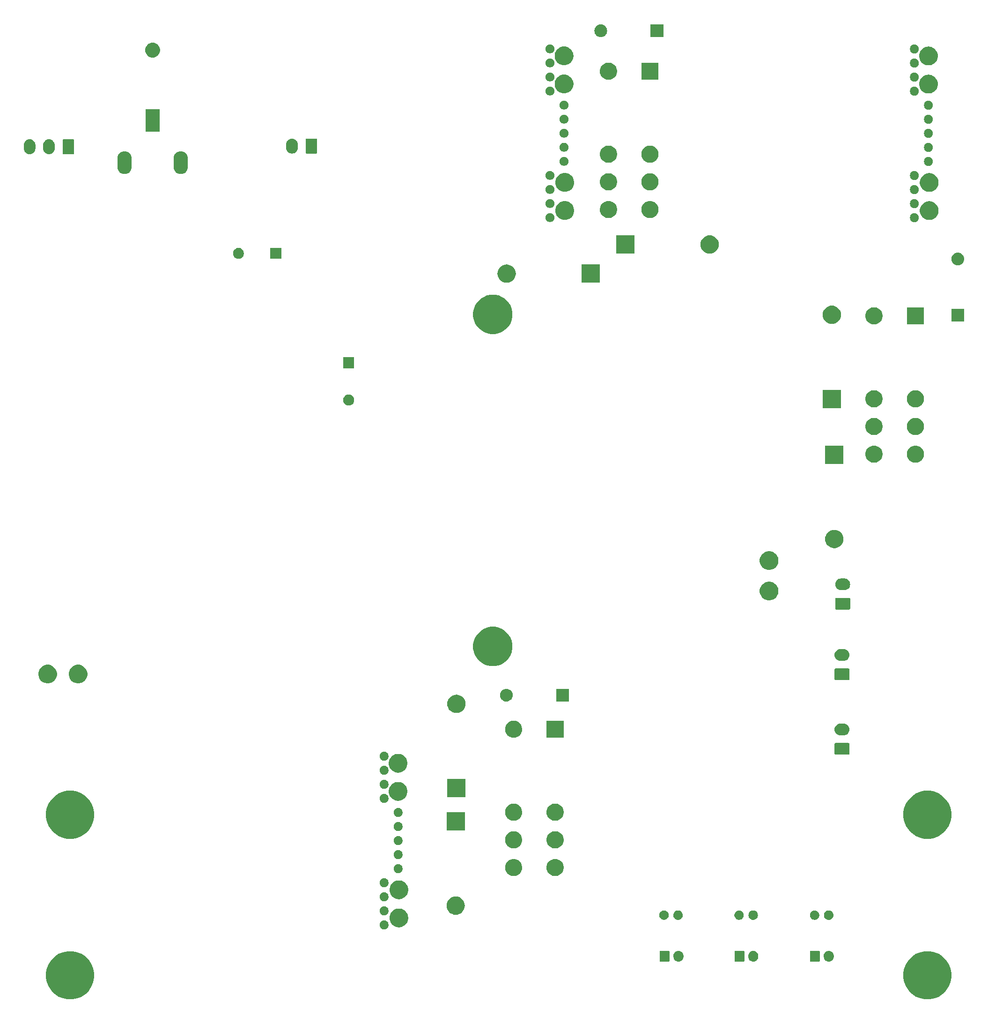
<source format=gbr>
G04 #@! TF.GenerationSoftware,KiCad,Pcbnew,(5.0.2)-1*
G04 #@! TF.CreationDate,2020-02-07T11:46:54+01:00*
G04 #@! TF.ProjectId,HB-WW-UB V2,48422d57-572d-4554-9220-56322e6b6963,V1.0.0*
G04 #@! TF.SameCoordinates,Original*
G04 #@! TF.FileFunction,Soldermask,Top*
G04 #@! TF.FilePolarity,Negative*
%FSLAX46Y46*%
G04 Gerber Fmt 4.6, Leading zero omitted, Abs format (unit mm)*
G04 Created by KiCad (PCBNEW (5.0.2)-1) date 07.02.2020 11:46:54*
%MOMM*%
%LPD*%
G01*
G04 APERTURE LIST*
%ADD10C,0.100000*%
G04 APERTURE END LIST*
D10*
G36*
X182513468Y-185665894D02*
X183269140Y-185816206D01*
X184060972Y-186144193D01*
X184773601Y-186620357D01*
X185379643Y-187226399D01*
X185855807Y-187939028D01*
X186183794Y-188730860D01*
X186351000Y-189571464D01*
X186351000Y-190428536D01*
X186183794Y-191269140D01*
X185855807Y-192060972D01*
X185379643Y-192773601D01*
X184773601Y-193379643D01*
X184060972Y-193855807D01*
X183269140Y-194183794D01*
X182548156Y-194327206D01*
X182428537Y-194351000D01*
X181571463Y-194351000D01*
X181451844Y-194327206D01*
X180730860Y-194183794D01*
X179939028Y-193855807D01*
X179226399Y-193379643D01*
X178620357Y-192773601D01*
X178144193Y-192060972D01*
X177816206Y-191269140D01*
X177649000Y-190428536D01*
X177649000Y-189571464D01*
X177816206Y-188730860D01*
X178144193Y-187939028D01*
X178620357Y-187226399D01*
X179226399Y-186620357D01*
X179939028Y-186144193D01*
X180730860Y-185816206D01*
X181486532Y-185665894D01*
X181571463Y-185649000D01*
X182428537Y-185649000D01*
X182513468Y-185665894D01*
X182513468Y-185665894D01*
G37*
G36*
X27513468Y-185665894D02*
X28269140Y-185816206D01*
X29060972Y-186144193D01*
X29773601Y-186620357D01*
X30379643Y-187226399D01*
X30855807Y-187939028D01*
X31183794Y-188730860D01*
X31351000Y-189571464D01*
X31351000Y-190428536D01*
X31183794Y-191269140D01*
X30855807Y-192060972D01*
X30379643Y-192773601D01*
X29773601Y-193379643D01*
X29060972Y-193855807D01*
X28269140Y-194183794D01*
X27548156Y-194327206D01*
X27428537Y-194351000D01*
X26571463Y-194351000D01*
X26451844Y-194327206D01*
X25730860Y-194183794D01*
X24939028Y-193855807D01*
X24226399Y-193379643D01*
X23620357Y-192773601D01*
X23144193Y-192060972D01*
X22816206Y-191269140D01*
X22649000Y-190428536D01*
X22649000Y-189571464D01*
X22816206Y-188730860D01*
X23144193Y-187939028D01*
X23620357Y-187226399D01*
X24226399Y-186620357D01*
X24939028Y-186144193D01*
X25730860Y-185816206D01*
X26486532Y-185665894D01*
X26571463Y-185649000D01*
X27428537Y-185649000D01*
X27513468Y-185665894D01*
X27513468Y-185665894D01*
G37*
G36*
X164347626Y-185600037D02*
X164460852Y-185634384D01*
X164517466Y-185651557D01*
X164673989Y-185735221D01*
X164811186Y-185847814D01*
X164894448Y-185949271D01*
X164923778Y-185985009D01*
X164923779Y-185985011D01*
X165007443Y-186141533D01*
X165008250Y-186144193D01*
X165058963Y-186311373D01*
X165072000Y-186443742D01*
X165072000Y-186682257D01*
X165058963Y-186814626D01*
X165056015Y-186824344D01*
X165007443Y-186984466D01*
X164948698Y-187094369D01*
X164923778Y-187140991D01*
X164904770Y-187164152D01*
X164811186Y-187278186D01*
X164718688Y-187354096D01*
X164673991Y-187390778D01*
X164673989Y-187390779D01*
X164517467Y-187474443D01*
X164483327Y-187484799D01*
X164347627Y-187525963D01*
X164171000Y-187543359D01*
X163994374Y-187525963D01*
X163858674Y-187484799D01*
X163824534Y-187474443D01*
X163668012Y-187390779D01*
X163668010Y-187390778D01*
X163607827Y-187341387D01*
X163530814Y-187278185D01*
X163437230Y-187164152D01*
X163418222Y-187140991D01*
X163349441Y-187012312D01*
X163334557Y-186984467D01*
X163285985Y-186824344D01*
X163283037Y-186814627D01*
X163270000Y-186682258D01*
X163270000Y-186443743D01*
X163283037Y-186311374D01*
X163333750Y-186144194D01*
X163334557Y-186141534D01*
X163418221Y-185985011D01*
X163530814Y-185847814D01*
X163632271Y-185764552D01*
X163668009Y-185735222D01*
X163685913Y-185725652D01*
X163824533Y-185651557D01*
X163881147Y-185634384D01*
X163994373Y-185600037D01*
X164171000Y-185582641D01*
X164347626Y-185600037D01*
X164347626Y-185600037D01*
G37*
G36*
X137169626Y-185600037D02*
X137282852Y-185634384D01*
X137339466Y-185651557D01*
X137495989Y-185735221D01*
X137633186Y-185847814D01*
X137716448Y-185949271D01*
X137745778Y-185985009D01*
X137745779Y-185985011D01*
X137829443Y-186141533D01*
X137830250Y-186144193D01*
X137880963Y-186311373D01*
X137894000Y-186443742D01*
X137894000Y-186682257D01*
X137880963Y-186814626D01*
X137878015Y-186824344D01*
X137829443Y-186984466D01*
X137770698Y-187094369D01*
X137745778Y-187140991D01*
X137726770Y-187164152D01*
X137633186Y-187278186D01*
X137540688Y-187354096D01*
X137495991Y-187390778D01*
X137495989Y-187390779D01*
X137339467Y-187474443D01*
X137305327Y-187484799D01*
X137169627Y-187525963D01*
X136993000Y-187543359D01*
X136816374Y-187525963D01*
X136680674Y-187484799D01*
X136646534Y-187474443D01*
X136490012Y-187390779D01*
X136490010Y-187390778D01*
X136429827Y-187341387D01*
X136352814Y-187278185D01*
X136259230Y-187164152D01*
X136240222Y-187140991D01*
X136171441Y-187012312D01*
X136156557Y-186984467D01*
X136107985Y-186824344D01*
X136105037Y-186814627D01*
X136092000Y-186682258D01*
X136092000Y-186443743D01*
X136105037Y-186311374D01*
X136155750Y-186144194D01*
X136156557Y-186141534D01*
X136240221Y-185985011D01*
X136352814Y-185847814D01*
X136454271Y-185764552D01*
X136490009Y-185735222D01*
X136507913Y-185725652D01*
X136646533Y-185651557D01*
X136703147Y-185634384D01*
X136816373Y-185600037D01*
X136993000Y-185582641D01*
X137169626Y-185600037D01*
X137169626Y-185600037D01*
G37*
G36*
X150699626Y-185598037D02*
X150810470Y-185631661D01*
X150869466Y-185649557D01*
X151025989Y-185733221D01*
X151163186Y-185845814D01*
X151246448Y-185947271D01*
X151275778Y-185983009D01*
X151275779Y-185983011D01*
X151359443Y-186139533D01*
X151360857Y-186144194D01*
X151410963Y-186309373D01*
X151424000Y-186441742D01*
X151424000Y-186680257D01*
X151410963Y-186812626D01*
X151407408Y-186824344D01*
X151359443Y-186982466D01*
X151299629Y-187094369D01*
X151275778Y-187138991D01*
X151255129Y-187164152D01*
X151163186Y-187276186D01*
X151068251Y-187354096D01*
X151025991Y-187388778D01*
X151025989Y-187388779D01*
X150869467Y-187472443D01*
X150837074Y-187482269D01*
X150699627Y-187523963D01*
X150523000Y-187541359D01*
X150346374Y-187523963D01*
X150208927Y-187482269D01*
X150176534Y-187472443D01*
X150020012Y-187388779D01*
X150020010Y-187388778D01*
X149959827Y-187339387D01*
X149882814Y-187276185D01*
X149814217Y-187192599D01*
X149770222Y-187138991D01*
X149702510Y-187012312D01*
X149686557Y-186982467D01*
X149667953Y-186921136D01*
X149635037Y-186812627D01*
X149622000Y-186680258D01*
X149622000Y-186441743D01*
X149635037Y-186309374D01*
X149669384Y-186196148D01*
X149686557Y-186139534D01*
X149770221Y-185983011D01*
X149882814Y-185845814D01*
X149984271Y-185762552D01*
X150020009Y-185733222D01*
X150073231Y-185704774D01*
X150176533Y-185649557D01*
X150235529Y-185631661D01*
X150346373Y-185598037D01*
X150523000Y-185580641D01*
X150699626Y-185598037D01*
X150699626Y-185598037D01*
G37*
G36*
X162429600Y-185590989D02*
X162462649Y-185601014D01*
X162493106Y-185617294D01*
X162519799Y-185639201D01*
X162541706Y-185665894D01*
X162557986Y-185696351D01*
X162568011Y-185729400D01*
X162572000Y-185769904D01*
X162572000Y-187356096D01*
X162568011Y-187396600D01*
X162557986Y-187429649D01*
X162541706Y-187460106D01*
X162519799Y-187486799D01*
X162493106Y-187508706D01*
X162462649Y-187524986D01*
X162429600Y-187535011D01*
X162389096Y-187539000D01*
X160952904Y-187539000D01*
X160912400Y-187535011D01*
X160879351Y-187524986D01*
X160848894Y-187508706D01*
X160822201Y-187486799D01*
X160800294Y-187460106D01*
X160784014Y-187429649D01*
X160773989Y-187396600D01*
X160770000Y-187356096D01*
X160770000Y-185769904D01*
X160773989Y-185729400D01*
X160784014Y-185696351D01*
X160800294Y-185665894D01*
X160822201Y-185639201D01*
X160848894Y-185617294D01*
X160879351Y-185601014D01*
X160912400Y-185590989D01*
X160952904Y-185587000D01*
X162389096Y-185587000D01*
X162429600Y-185590989D01*
X162429600Y-185590989D01*
G37*
G36*
X135251600Y-185590989D02*
X135284649Y-185601014D01*
X135315106Y-185617294D01*
X135341799Y-185639201D01*
X135363706Y-185665894D01*
X135379986Y-185696351D01*
X135390011Y-185729400D01*
X135394000Y-185769904D01*
X135394000Y-187356096D01*
X135390011Y-187396600D01*
X135379986Y-187429649D01*
X135363706Y-187460106D01*
X135341799Y-187486799D01*
X135315106Y-187508706D01*
X135284649Y-187524986D01*
X135251600Y-187535011D01*
X135211096Y-187539000D01*
X133774904Y-187539000D01*
X133734400Y-187535011D01*
X133701351Y-187524986D01*
X133670894Y-187508706D01*
X133644201Y-187486799D01*
X133622294Y-187460106D01*
X133606014Y-187429649D01*
X133595989Y-187396600D01*
X133592000Y-187356096D01*
X133592000Y-185769904D01*
X133595989Y-185729400D01*
X133606014Y-185696351D01*
X133622294Y-185665894D01*
X133644201Y-185639201D01*
X133670894Y-185617294D01*
X133701351Y-185601014D01*
X133734400Y-185590989D01*
X133774904Y-185587000D01*
X135211096Y-185587000D01*
X135251600Y-185590989D01*
X135251600Y-185590989D01*
G37*
G36*
X148781600Y-185588989D02*
X148814649Y-185599014D01*
X148845106Y-185615294D01*
X148871799Y-185637201D01*
X148893706Y-185663894D01*
X148909986Y-185694351D01*
X148920011Y-185727400D01*
X148924000Y-185767904D01*
X148924000Y-187354096D01*
X148920011Y-187394600D01*
X148909986Y-187427649D01*
X148893706Y-187458106D01*
X148871799Y-187484799D01*
X148845106Y-187506706D01*
X148814649Y-187522986D01*
X148781600Y-187533011D01*
X148741096Y-187537000D01*
X147304904Y-187537000D01*
X147264400Y-187533011D01*
X147231351Y-187522986D01*
X147200894Y-187506706D01*
X147174201Y-187484799D01*
X147152294Y-187458106D01*
X147136014Y-187427649D01*
X147125989Y-187394600D01*
X147122000Y-187354096D01*
X147122000Y-185767904D01*
X147125989Y-185727400D01*
X147136014Y-185694351D01*
X147152294Y-185663894D01*
X147174201Y-185637201D01*
X147200894Y-185615294D01*
X147231351Y-185599014D01*
X147264400Y-185588989D01*
X147304904Y-185585000D01*
X148741096Y-185585000D01*
X148781600Y-185588989D01*
X148781600Y-185588989D01*
G37*
G36*
X83988142Y-180128242D02*
X84136102Y-180189530D01*
X84269258Y-180278502D01*
X84382498Y-180391742D01*
X84471470Y-180524898D01*
X84532758Y-180672858D01*
X84564000Y-180829925D01*
X84564000Y-180990075D01*
X84532758Y-181147142D01*
X84471470Y-181295102D01*
X84382498Y-181428258D01*
X84269258Y-181541498D01*
X84136102Y-181630470D01*
X83988142Y-181691758D01*
X83831075Y-181723000D01*
X83670925Y-181723000D01*
X83513858Y-181691758D01*
X83365898Y-181630470D01*
X83232742Y-181541498D01*
X83119502Y-181428258D01*
X83030530Y-181295102D01*
X82969242Y-181147142D01*
X82938000Y-180990075D01*
X82938000Y-180829925D01*
X82969242Y-180672858D01*
X83030530Y-180524898D01*
X83119502Y-180391742D01*
X83232742Y-180278502D01*
X83365898Y-180189530D01*
X83513858Y-180128242D01*
X83670925Y-180097000D01*
X83831075Y-180097000D01*
X83988142Y-180128242D01*
X83988142Y-180128242D01*
G37*
G36*
X86728755Y-177972040D02*
X86925122Y-178011099D01*
X87233410Y-178138796D01*
X87510862Y-178324184D01*
X87746816Y-178560138D01*
X87932204Y-178837590D01*
X88059901Y-179145878D01*
X88098960Y-179342245D01*
X88125000Y-179473154D01*
X88125000Y-179806846D01*
X88098960Y-179937755D01*
X88059901Y-180134122D01*
X87932204Y-180442410D01*
X87746816Y-180719862D01*
X87510862Y-180955816D01*
X87233410Y-181141204D01*
X86925122Y-181268901D01*
X86728755Y-181307960D01*
X86597846Y-181334000D01*
X86264154Y-181334000D01*
X86133245Y-181307960D01*
X85936878Y-181268901D01*
X85628590Y-181141204D01*
X85351138Y-180955816D01*
X85115184Y-180719862D01*
X84929796Y-180442410D01*
X84802099Y-180134122D01*
X84763040Y-179937755D01*
X84737000Y-179806846D01*
X84737000Y-179473154D01*
X84763040Y-179342245D01*
X84802099Y-179145878D01*
X84929796Y-178837590D01*
X85115184Y-178560138D01*
X85351138Y-178324184D01*
X85628590Y-178138796D01*
X85936878Y-178011099D01*
X86133245Y-177972040D01*
X86264154Y-177946000D01*
X86597846Y-177946000D01*
X86728755Y-177972040D01*
X86728755Y-177972040D01*
G37*
G36*
X164314821Y-178295313D02*
X164314824Y-178295314D01*
X164314825Y-178295314D01*
X164475239Y-178343975D01*
X164475241Y-178343976D01*
X164475244Y-178343977D01*
X164623078Y-178422995D01*
X164752659Y-178529341D01*
X164859005Y-178658922D01*
X164938023Y-178806756D01*
X164938024Y-178806759D01*
X164938025Y-178806761D01*
X164986686Y-178967175D01*
X164986687Y-178967179D01*
X165003117Y-179134000D01*
X164986687Y-179300821D01*
X164986686Y-179300824D01*
X164986686Y-179300825D01*
X164961993Y-179382228D01*
X164938023Y-179461244D01*
X164859005Y-179609078D01*
X164752659Y-179738659D01*
X164623078Y-179845005D01*
X164475244Y-179924023D01*
X164475241Y-179924024D01*
X164475239Y-179924025D01*
X164314825Y-179972686D01*
X164314824Y-179972686D01*
X164314821Y-179972687D01*
X164189804Y-179985000D01*
X164106196Y-179985000D01*
X163981179Y-179972687D01*
X163981176Y-179972686D01*
X163981175Y-179972686D01*
X163820761Y-179924025D01*
X163820759Y-179924024D01*
X163820756Y-179924023D01*
X163672922Y-179845005D01*
X163543341Y-179738659D01*
X163436995Y-179609078D01*
X163357977Y-179461244D01*
X163334008Y-179382228D01*
X163309314Y-179300825D01*
X163309314Y-179300824D01*
X163309313Y-179300821D01*
X163292883Y-179134000D01*
X163309313Y-178967179D01*
X163309314Y-178967175D01*
X163357975Y-178806761D01*
X163357976Y-178806759D01*
X163357977Y-178806756D01*
X163436995Y-178658922D01*
X163543341Y-178529341D01*
X163672922Y-178422995D01*
X163820756Y-178343977D01*
X163820759Y-178343976D01*
X163820761Y-178343975D01*
X163981175Y-178295314D01*
X163981176Y-178295314D01*
X163981179Y-178295313D01*
X164106196Y-178283000D01*
X164189804Y-178283000D01*
X164314821Y-178295313D01*
X164314821Y-178295313D01*
G37*
G36*
X134614228Y-178315703D02*
X134769100Y-178379853D01*
X134908481Y-178472985D01*
X135027015Y-178591519D01*
X135120147Y-178730900D01*
X135184297Y-178885772D01*
X135217000Y-179050184D01*
X135217000Y-179217816D01*
X135184297Y-179382228D01*
X135120147Y-179537100D01*
X135027015Y-179676481D01*
X134908481Y-179795015D01*
X134769100Y-179888147D01*
X134614228Y-179952297D01*
X134449816Y-179985000D01*
X134282184Y-179985000D01*
X134117772Y-179952297D01*
X133962900Y-179888147D01*
X133823519Y-179795015D01*
X133704985Y-179676481D01*
X133611853Y-179537100D01*
X133547703Y-179382228D01*
X133515000Y-179217816D01*
X133515000Y-179050184D01*
X133547703Y-178885772D01*
X133611853Y-178730900D01*
X133704985Y-178591519D01*
X133823519Y-178472985D01*
X133962900Y-178379853D01*
X134117772Y-178315703D01*
X134282184Y-178283000D01*
X134449816Y-178283000D01*
X134614228Y-178315703D01*
X134614228Y-178315703D01*
G37*
G36*
X137072821Y-178295313D02*
X137072824Y-178295314D01*
X137072825Y-178295314D01*
X137233239Y-178343975D01*
X137233241Y-178343976D01*
X137233244Y-178343977D01*
X137381078Y-178422995D01*
X137510659Y-178529341D01*
X137617005Y-178658922D01*
X137696023Y-178806756D01*
X137696024Y-178806759D01*
X137696025Y-178806761D01*
X137744686Y-178967175D01*
X137744687Y-178967179D01*
X137761117Y-179134000D01*
X137744687Y-179300821D01*
X137744686Y-179300824D01*
X137744686Y-179300825D01*
X137719993Y-179382228D01*
X137696023Y-179461244D01*
X137617005Y-179609078D01*
X137510659Y-179738659D01*
X137381078Y-179845005D01*
X137233244Y-179924023D01*
X137233241Y-179924024D01*
X137233239Y-179924025D01*
X137072825Y-179972686D01*
X137072824Y-179972686D01*
X137072821Y-179972687D01*
X136947804Y-179985000D01*
X136864196Y-179985000D01*
X136739179Y-179972687D01*
X136739176Y-179972686D01*
X136739175Y-179972686D01*
X136578761Y-179924025D01*
X136578759Y-179924024D01*
X136578756Y-179924023D01*
X136430922Y-179845005D01*
X136301341Y-179738659D01*
X136194995Y-179609078D01*
X136115977Y-179461244D01*
X136092008Y-179382228D01*
X136067314Y-179300825D01*
X136067314Y-179300824D01*
X136067313Y-179300821D01*
X136050883Y-179134000D01*
X136067313Y-178967179D01*
X136067314Y-178967175D01*
X136115975Y-178806761D01*
X136115976Y-178806759D01*
X136115977Y-178806756D01*
X136194995Y-178658922D01*
X136301341Y-178529341D01*
X136430922Y-178422995D01*
X136578756Y-178343977D01*
X136578759Y-178343976D01*
X136578761Y-178343975D01*
X136739175Y-178295314D01*
X136739176Y-178295314D01*
X136739179Y-178295313D01*
X136864196Y-178283000D01*
X136947804Y-178283000D01*
X137072821Y-178295313D01*
X137072821Y-178295313D01*
G37*
G36*
X148203228Y-178315703D02*
X148358100Y-178379853D01*
X148497481Y-178472985D01*
X148616015Y-178591519D01*
X148709147Y-178730900D01*
X148773297Y-178885772D01*
X148806000Y-179050184D01*
X148806000Y-179217816D01*
X148773297Y-179382228D01*
X148709147Y-179537100D01*
X148616015Y-179676481D01*
X148497481Y-179795015D01*
X148358100Y-179888147D01*
X148203228Y-179952297D01*
X148038816Y-179985000D01*
X147871184Y-179985000D01*
X147706772Y-179952297D01*
X147551900Y-179888147D01*
X147412519Y-179795015D01*
X147293985Y-179676481D01*
X147200853Y-179537100D01*
X147136703Y-179382228D01*
X147104000Y-179217816D01*
X147104000Y-179050184D01*
X147136703Y-178885772D01*
X147200853Y-178730900D01*
X147293985Y-178591519D01*
X147412519Y-178472985D01*
X147551900Y-178379853D01*
X147706772Y-178315703D01*
X147871184Y-178283000D01*
X148038816Y-178283000D01*
X148203228Y-178315703D01*
X148203228Y-178315703D01*
G37*
G36*
X150661821Y-178295313D02*
X150661824Y-178295314D01*
X150661825Y-178295314D01*
X150822239Y-178343975D01*
X150822241Y-178343976D01*
X150822244Y-178343977D01*
X150970078Y-178422995D01*
X151099659Y-178529341D01*
X151206005Y-178658922D01*
X151285023Y-178806756D01*
X151285024Y-178806759D01*
X151285025Y-178806761D01*
X151333686Y-178967175D01*
X151333687Y-178967179D01*
X151350117Y-179134000D01*
X151333687Y-179300821D01*
X151333686Y-179300824D01*
X151333686Y-179300825D01*
X151308993Y-179382228D01*
X151285023Y-179461244D01*
X151206005Y-179609078D01*
X151099659Y-179738659D01*
X150970078Y-179845005D01*
X150822244Y-179924023D01*
X150822241Y-179924024D01*
X150822239Y-179924025D01*
X150661825Y-179972686D01*
X150661824Y-179972686D01*
X150661821Y-179972687D01*
X150536804Y-179985000D01*
X150453196Y-179985000D01*
X150328179Y-179972687D01*
X150328176Y-179972686D01*
X150328175Y-179972686D01*
X150167761Y-179924025D01*
X150167759Y-179924024D01*
X150167756Y-179924023D01*
X150019922Y-179845005D01*
X149890341Y-179738659D01*
X149783995Y-179609078D01*
X149704977Y-179461244D01*
X149681008Y-179382228D01*
X149656314Y-179300825D01*
X149656314Y-179300824D01*
X149656313Y-179300821D01*
X149639883Y-179134000D01*
X149656313Y-178967179D01*
X149656314Y-178967175D01*
X149704975Y-178806761D01*
X149704976Y-178806759D01*
X149704977Y-178806756D01*
X149783995Y-178658922D01*
X149890341Y-178529341D01*
X150019922Y-178422995D01*
X150167756Y-178343977D01*
X150167759Y-178343976D01*
X150167761Y-178343975D01*
X150328175Y-178295314D01*
X150328176Y-178295314D01*
X150328179Y-178295313D01*
X150453196Y-178283000D01*
X150536804Y-178283000D01*
X150661821Y-178295313D01*
X150661821Y-178295313D01*
G37*
G36*
X161856228Y-178315703D02*
X162011100Y-178379853D01*
X162150481Y-178472985D01*
X162269015Y-178591519D01*
X162362147Y-178730900D01*
X162426297Y-178885772D01*
X162459000Y-179050184D01*
X162459000Y-179217816D01*
X162426297Y-179382228D01*
X162362147Y-179537100D01*
X162269015Y-179676481D01*
X162150481Y-179795015D01*
X162011100Y-179888147D01*
X161856228Y-179952297D01*
X161691816Y-179985000D01*
X161524184Y-179985000D01*
X161359772Y-179952297D01*
X161204900Y-179888147D01*
X161065519Y-179795015D01*
X160946985Y-179676481D01*
X160853853Y-179537100D01*
X160789703Y-179382228D01*
X160757000Y-179217816D01*
X160757000Y-179050184D01*
X160789703Y-178885772D01*
X160853853Y-178730900D01*
X160946985Y-178591519D01*
X161065519Y-178472985D01*
X161204900Y-178379853D01*
X161359772Y-178315703D01*
X161524184Y-178283000D01*
X161691816Y-178283000D01*
X161856228Y-178315703D01*
X161856228Y-178315703D01*
G37*
G36*
X83988142Y-177588242D02*
X84136102Y-177649530D01*
X84269258Y-177738502D01*
X84382498Y-177851742D01*
X84471470Y-177984898D01*
X84532758Y-178132858D01*
X84564000Y-178289925D01*
X84564000Y-178450075D01*
X84532758Y-178607142D01*
X84471470Y-178755102D01*
X84382498Y-178888258D01*
X84269258Y-179001498D01*
X84136102Y-179090470D01*
X83988142Y-179151758D01*
X83831075Y-179183000D01*
X83670925Y-179183000D01*
X83513858Y-179151758D01*
X83365898Y-179090470D01*
X83232742Y-179001498D01*
X83119502Y-178888258D01*
X83030530Y-178755102D01*
X82969242Y-178607142D01*
X82938000Y-178450075D01*
X82938000Y-178289925D01*
X82969242Y-178132858D01*
X83030530Y-177984898D01*
X83119502Y-177851742D01*
X83232742Y-177738502D01*
X83365898Y-177649530D01*
X83513858Y-177588242D01*
X83670925Y-177557000D01*
X83831075Y-177557000D01*
X83988142Y-177588242D01*
X83988142Y-177588242D01*
G37*
G36*
X97034154Y-175791888D02*
X97345365Y-175886294D01*
X97632186Y-176039603D01*
X97883582Y-176245918D01*
X98089897Y-176497314D01*
X98243206Y-176784135D01*
X98337612Y-177095346D01*
X98369488Y-177419000D01*
X98337612Y-177742654D01*
X98243206Y-178053865D01*
X98089897Y-178340686D01*
X97883582Y-178592082D01*
X97632186Y-178798397D01*
X97345365Y-178951706D01*
X97034154Y-179046112D01*
X96791607Y-179070000D01*
X96629393Y-179070000D01*
X96386846Y-179046112D01*
X96075635Y-178951706D01*
X95788814Y-178798397D01*
X95537418Y-178592082D01*
X95331103Y-178340686D01*
X95177794Y-178053865D01*
X95083388Y-177742654D01*
X95051512Y-177419000D01*
X95083388Y-177095346D01*
X95177794Y-176784135D01*
X95331103Y-176497314D01*
X95537418Y-176245918D01*
X95788814Y-176039603D01*
X96075635Y-175886294D01*
X96386846Y-175791888D01*
X96629393Y-175768000D01*
X96791607Y-175768000D01*
X97034154Y-175791888D01*
X97034154Y-175791888D01*
G37*
G36*
X83988142Y-175048242D02*
X84136102Y-175109530D01*
X84269258Y-175198502D01*
X84382498Y-175311742D01*
X84471470Y-175444898D01*
X84532758Y-175592858D01*
X84564000Y-175749925D01*
X84564000Y-175910075D01*
X84532758Y-176067142D01*
X84471470Y-176215102D01*
X84382498Y-176348258D01*
X84269258Y-176461498D01*
X84136102Y-176550470D01*
X83988142Y-176611758D01*
X83831075Y-176643000D01*
X83670925Y-176643000D01*
X83513858Y-176611758D01*
X83365898Y-176550470D01*
X83232742Y-176461498D01*
X83119502Y-176348258D01*
X83030530Y-176215102D01*
X82969242Y-176067142D01*
X82938000Y-175910075D01*
X82938000Y-175749925D01*
X82969242Y-175592858D01*
X83030530Y-175444898D01*
X83119502Y-175311742D01*
X83232742Y-175198502D01*
X83365898Y-175109530D01*
X83513858Y-175048242D01*
X83670925Y-175017000D01*
X83831075Y-175017000D01*
X83988142Y-175048242D01*
X83988142Y-175048242D01*
G37*
G36*
X86728755Y-172892040D02*
X86925122Y-172931099D01*
X87233410Y-173058796D01*
X87510862Y-173244184D01*
X87746816Y-173480138D01*
X87932204Y-173757590D01*
X88059901Y-174065878D01*
X88125000Y-174393156D01*
X88125000Y-174726844D01*
X88059901Y-175054122D01*
X87932204Y-175362410D01*
X87746816Y-175639862D01*
X87510862Y-175875816D01*
X87233410Y-176061204D01*
X86925122Y-176188901D01*
X86728755Y-176227960D01*
X86597846Y-176254000D01*
X86264154Y-176254000D01*
X86133245Y-176227960D01*
X85936878Y-176188901D01*
X85628590Y-176061204D01*
X85351138Y-175875816D01*
X85115184Y-175639862D01*
X84929796Y-175362410D01*
X84802099Y-175054122D01*
X84737000Y-174726844D01*
X84737000Y-174393156D01*
X84802099Y-174065878D01*
X84929796Y-173757590D01*
X85115184Y-173480138D01*
X85351138Y-173244184D01*
X85628590Y-173058796D01*
X85936878Y-172931099D01*
X86133245Y-172892040D01*
X86264154Y-172866000D01*
X86597846Y-172866000D01*
X86728755Y-172892040D01*
X86728755Y-172892040D01*
G37*
G36*
X83988142Y-172508242D02*
X84136102Y-172569530D01*
X84269258Y-172658502D01*
X84382498Y-172771742D01*
X84471470Y-172904898D01*
X84532758Y-173052858D01*
X84564000Y-173209925D01*
X84564000Y-173370075D01*
X84532758Y-173527142D01*
X84471470Y-173675102D01*
X84382498Y-173808258D01*
X84269258Y-173921498D01*
X84136102Y-174010470D01*
X83988142Y-174071758D01*
X83831075Y-174103000D01*
X83670925Y-174103000D01*
X83513858Y-174071758D01*
X83365898Y-174010470D01*
X83232742Y-173921498D01*
X83119502Y-173808258D01*
X83030530Y-173675102D01*
X82969242Y-173527142D01*
X82938000Y-173370075D01*
X82938000Y-173209925D01*
X82969242Y-173052858D01*
X83030530Y-172904898D01*
X83119502Y-172771742D01*
X83232742Y-172658502D01*
X83365898Y-172569530D01*
X83513858Y-172508242D01*
X83670925Y-172477000D01*
X83831075Y-172477000D01*
X83988142Y-172508242D01*
X83988142Y-172508242D01*
G37*
G36*
X107494635Y-169023000D02*
X107633410Y-169050604D01*
X107915674Y-169167521D01*
X108169705Y-169337259D01*
X108385741Y-169553295D01*
X108555479Y-169807326D01*
X108647518Y-170029529D01*
X108672396Y-170089591D01*
X108732000Y-170389238D01*
X108732000Y-170694762D01*
X108705084Y-170830075D01*
X108672396Y-170994410D01*
X108555479Y-171276674D01*
X108385741Y-171530705D01*
X108169705Y-171746741D01*
X107915674Y-171916479D01*
X107633410Y-172033396D01*
X107533527Y-172053264D01*
X107333762Y-172093000D01*
X107028238Y-172093000D01*
X106828473Y-172053264D01*
X106728590Y-172033396D01*
X106446326Y-171916479D01*
X106192295Y-171746741D01*
X105976259Y-171530705D01*
X105806521Y-171276674D01*
X105689604Y-170994410D01*
X105656916Y-170830075D01*
X105630000Y-170694762D01*
X105630000Y-170389238D01*
X105689604Y-170089591D01*
X105714482Y-170029529D01*
X105806521Y-169807326D01*
X105976259Y-169553295D01*
X106192295Y-169337259D01*
X106446326Y-169167521D01*
X106728590Y-169050604D01*
X106867365Y-169023000D01*
X107028238Y-168991000D01*
X107333762Y-168991000D01*
X107494635Y-169023000D01*
X107494635Y-169023000D01*
G37*
G36*
X114994635Y-169023000D02*
X115133410Y-169050604D01*
X115415674Y-169167521D01*
X115669705Y-169337259D01*
X115885741Y-169553295D01*
X116055479Y-169807326D01*
X116147518Y-170029529D01*
X116172396Y-170089591D01*
X116232000Y-170389238D01*
X116232000Y-170694762D01*
X116205084Y-170830075D01*
X116172396Y-170994410D01*
X116055479Y-171276674D01*
X115885741Y-171530705D01*
X115669705Y-171746741D01*
X115415674Y-171916479D01*
X115133410Y-172033396D01*
X115033527Y-172053264D01*
X114833762Y-172093000D01*
X114528238Y-172093000D01*
X114328473Y-172053264D01*
X114228590Y-172033396D01*
X113946326Y-171916479D01*
X113692295Y-171746741D01*
X113476259Y-171530705D01*
X113306521Y-171276674D01*
X113189604Y-170994410D01*
X113156916Y-170830075D01*
X113130000Y-170694762D01*
X113130000Y-170389238D01*
X113189604Y-170089591D01*
X113214482Y-170029529D01*
X113306521Y-169807326D01*
X113476259Y-169553295D01*
X113692295Y-169337259D01*
X113946326Y-169167521D01*
X114228590Y-169050604D01*
X114367365Y-169023000D01*
X114528238Y-168991000D01*
X114833762Y-168991000D01*
X114994635Y-169023000D01*
X114994635Y-169023000D01*
G37*
G36*
X86528142Y-169968242D02*
X86676102Y-170029530D01*
X86809258Y-170118502D01*
X86922498Y-170231742D01*
X87011470Y-170364898D01*
X87072758Y-170512858D01*
X87104000Y-170669925D01*
X87104000Y-170830075D01*
X87072758Y-170987142D01*
X87011470Y-171135102D01*
X86922498Y-171268258D01*
X86809258Y-171381498D01*
X86676102Y-171470470D01*
X86528142Y-171531758D01*
X86371075Y-171563000D01*
X86210925Y-171563000D01*
X86053858Y-171531758D01*
X85905898Y-171470470D01*
X85772742Y-171381498D01*
X85659502Y-171268258D01*
X85570530Y-171135102D01*
X85509242Y-170987142D01*
X85478000Y-170830075D01*
X85478000Y-170669925D01*
X85509242Y-170512858D01*
X85570530Y-170364898D01*
X85659502Y-170231742D01*
X85772742Y-170118502D01*
X85905898Y-170029530D01*
X86053858Y-169968242D01*
X86210925Y-169937000D01*
X86371075Y-169937000D01*
X86528142Y-169968242D01*
X86528142Y-169968242D01*
G37*
G36*
X86528142Y-167428242D02*
X86676102Y-167489530D01*
X86809258Y-167578502D01*
X86922498Y-167691742D01*
X87011470Y-167824898D01*
X87072758Y-167972858D01*
X87104000Y-168129925D01*
X87104000Y-168290075D01*
X87072758Y-168447142D01*
X87011470Y-168595102D01*
X86922498Y-168728258D01*
X86809258Y-168841498D01*
X86676102Y-168930470D01*
X86528142Y-168991758D01*
X86371075Y-169023000D01*
X86210925Y-169023000D01*
X86053858Y-168991758D01*
X85905898Y-168930470D01*
X85772742Y-168841498D01*
X85659502Y-168728258D01*
X85570530Y-168595102D01*
X85509242Y-168447142D01*
X85478000Y-168290075D01*
X85478000Y-168129925D01*
X85509242Y-167972858D01*
X85570530Y-167824898D01*
X85659502Y-167691742D01*
X85772742Y-167578502D01*
X85905898Y-167489530D01*
X86053858Y-167428242D01*
X86210925Y-167397000D01*
X86371075Y-167397000D01*
X86528142Y-167428242D01*
X86528142Y-167428242D01*
G37*
G36*
X115033527Y-164030736D02*
X115133410Y-164050604D01*
X115415674Y-164167521D01*
X115669705Y-164337259D01*
X115885741Y-164553295D01*
X116055479Y-164807326D01*
X116172396Y-165089590D01*
X116172396Y-165089591D01*
X116232000Y-165389238D01*
X116232000Y-165694762D01*
X116220997Y-165750075D01*
X116172396Y-165994410D01*
X116055479Y-166276674D01*
X115885741Y-166530705D01*
X115669705Y-166746741D01*
X115415674Y-166916479D01*
X115133410Y-167033396D01*
X115033527Y-167053264D01*
X114833762Y-167093000D01*
X114528238Y-167093000D01*
X114328473Y-167053264D01*
X114228590Y-167033396D01*
X113946326Y-166916479D01*
X113692295Y-166746741D01*
X113476259Y-166530705D01*
X113306521Y-166276674D01*
X113189604Y-165994410D01*
X113141003Y-165750075D01*
X113130000Y-165694762D01*
X113130000Y-165389238D01*
X113189604Y-165089591D01*
X113189604Y-165089590D01*
X113306521Y-164807326D01*
X113476259Y-164553295D01*
X113692295Y-164337259D01*
X113946326Y-164167521D01*
X114228590Y-164050604D01*
X114328473Y-164030736D01*
X114528238Y-163991000D01*
X114833762Y-163991000D01*
X115033527Y-164030736D01*
X115033527Y-164030736D01*
G37*
G36*
X107533527Y-164030736D02*
X107633410Y-164050604D01*
X107915674Y-164167521D01*
X108169705Y-164337259D01*
X108385741Y-164553295D01*
X108555479Y-164807326D01*
X108672396Y-165089590D01*
X108672396Y-165089591D01*
X108732000Y-165389238D01*
X108732000Y-165694762D01*
X108720997Y-165750075D01*
X108672396Y-165994410D01*
X108555479Y-166276674D01*
X108385741Y-166530705D01*
X108169705Y-166746741D01*
X107915674Y-166916479D01*
X107633410Y-167033396D01*
X107533527Y-167053264D01*
X107333762Y-167093000D01*
X107028238Y-167093000D01*
X106828473Y-167053264D01*
X106728590Y-167033396D01*
X106446326Y-166916479D01*
X106192295Y-166746741D01*
X105976259Y-166530705D01*
X105806521Y-166276674D01*
X105689604Y-165994410D01*
X105641003Y-165750075D01*
X105630000Y-165694762D01*
X105630000Y-165389238D01*
X105689604Y-165089591D01*
X105689604Y-165089590D01*
X105806521Y-164807326D01*
X105976259Y-164553295D01*
X106192295Y-164337259D01*
X106446326Y-164167521D01*
X106728590Y-164050604D01*
X106828473Y-164030736D01*
X107028238Y-163991000D01*
X107333762Y-163991000D01*
X107533527Y-164030736D01*
X107533527Y-164030736D01*
G37*
G36*
X86528142Y-164888242D02*
X86676102Y-164949530D01*
X86743130Y-164994317D01*
X86809257Y-165038501D01*
X86922499Y-165151743D01*
X86966683Y-165217870D01*
X87011470Y-165284898D01*
X87072758Y-165432858D01*
X87104000Y-165589925D01*
X87104000Y-165750075D01*
X87072758Y-165907142D01*
X87011470Y-166055102D01*
X86922498Y-166188258D01*
X86809258Y-166301498D01*
X86676102Y-166390470D01*
X86528142Y-166451758D01*
X86371075Y-166483000D01*
X86210925Y-166483000D01*
X86053858Y-166451758D01*
X85905898Y-166390470D01*
X85772742Y-166301498D01*
X85659502Y-166188258D01*
X85570530Y-166055102D01*
X85509242Y-165907142D01*
X85478000Y-165750075D01*
X85478000Y-165589925D01*
X85509242Y-165432858D01*
X85570530Y-165284898D01*
X85615317Y-165217870D01*
X85659501Y-165151743D01*
X85772743Y-165038501D01*
X85838870Y-164994317D01*
X85905898Y-164949530D01*
X86053858Y-164888242D01*
X86210925Y-164857000D01*
X86371075Y-164857000D01*
X86528142Y-164888242D01*
X86528142Y-164888242D01*
G37*
G36*
X27548156Y-156672794D02*
X28269140Y-156816206D01*
X29060972Y-157144193D01*
X29773601Y-157620357D01*
X30379643Y-158226399D01*
X30855807Y-158939028D01*
X31183794Y-159730860D01*
X31351000Y-160571464D01*
X31351000Y-161428536D01*
X31183794Y-162269140D01*
X30855807Y-163060972D01*
X30379643Y-163773601D01*
X29773601Y-164379643D01*
X29060972Y-164855807D01*
X28269140Y-165183794D01*
X27548156Y-165327206D01*
X27428537Y-165351000D01*
X26571463Y-165351000D01*
X26451844Y-165327206D01*
X25730860Y-165183794D01*
X24939028Y-164855807D01*
X24226399Y-164379643D01*
X23620357Y-163773601D01*
X23144193Y-163060972D01*
X22816206Y-162269140D01*
X22649000Y-161428536D01*
X22649000Y-160571464D01*
X22816206Y-159730860D01*
X23144193Y-158939028D01*
X23620357Y-158226399D01*
X24226399Y-157620357D01*
X24939028Y-157144193D01*
X25730860Y-156816206D01*
X26451844Y-156672794D01*
X26571463Y-156649000D01*
X27428537Y-156649000D01*
X27548156Y-156672794D01*
X27548156Y-156672794D01*
G37*
G36*
X182548156Y-156672794D02*
X183269140Y-156816206D01*
X184060972Y-157144193D01*
X184773601Y-157620357D01*
X185379643Y-158226399D01*
X185855807Y-158939028D01*
X186183794Y-159730860D01*
X186351000Y-160571464D01*
X186351000Y-161428536D01*
X186183794Y-162269140D01*
X185855807Y-163060972D01*
X185379643Y-163773601D01*
X184773601Y-164379643D01*
X184060972Y-164855807D01*
X183269140Y-165183794D01*
X182548156Y-165327206D01*
X182428537Y-165351000D01*
X181571463Y-165351000D01*
X181451844Y-165327206D01*
X180730860Y-165183794D01*
X179939028Y-164855807D01*
X179226399Y-164379643D01*
X178620357Y-163773601D01*
X178144193Y-163060972D01*
X177816206Y-162269140D01*
X177649000Y-161428536D01*
X177649000Y-160571464D01*
X177816206Y-159730860D01*
X178144193Y-158939028D01*
X178620357Y-158226399D01*
X179226399Y-157620357D01*
X179939028Y-157144193D01*
X180730860Y-156816206D01*
X181451844Y-156672794D01*
X181571463Y-156649000D01*
X182428537Y-156649000D01*
X182548156Y-156672794D01*
X182548156Y-156672794D01*
G37*
G36*
X86528142Y-162348242D02*
X86676102Y-162409530D01*
X86809258Y-162498502D01*
X86922498Y-162611742D01*
X87011470Y-162744898D01*
X87072758Y-162892858D01*
X87104000Y-163049925D01*
X87104000Y-163210075D01*
X87072758Y-163367142D01*
X87048148Y-163426555D01*
X87011471Y-163515100D01*
X86922499Y-163648257D01*
X86809257Y-163761499D01*
X86779444Y-163781419D01*
X86676102Y-163850470D01*
X86528142Y-163911758D01*
X86371075Y-163943000D01*
X86210925Y-163943000D01*
X86053858Y-163911758D01*
X85905898Y-163850470D01*
X85802556Y-163781419D01*
X85772743Y-163761499D01*
X85659501Y-163648257D01*
X85570529Y-163515100D01*
X85533852Y-163426555D01*
X85509242Y-163367142D01*
X85478000Y-163210075D01*
X85478000Y-163049925D01*
X85509242Y-162892858D01*
X85570530Y-162744898D01*
X85659502Y-162611742D01*
X85772742Y-162498502D01*
X85905898Y-162409530D01*
X86053858Y-162348242D01*
X86210925Y-162317000D01*
X86371075Y-162317000D01*
X86528142Y-162348242D01*
X86528142Y-162348242D01*
G37*
G36*
X98361500Y-163830000D02*
X95059500Y-163830000D01*
X95059500Y-160528000D01*
X98361500Y-160528000D01*
X98361500Y-163830000D01*
X98361500Y-163830000D01*
G37*
G36*
X115033527Y-159030736D02*
X115133410Y-159050604D01*
X115415674Y-159167521D01*
X115669705Y-159337259D01*
X115885741Y-159553295D01*
X116055479Y-159807326D01*
X116172396Y-160089590D01*
X116172396Y-160089591D01*
X116232000Y-160389238D01*
X116232000Y-160694762D01*
X116200352Y-160853864D01*
X116172396Y-160994410D01*
X116055479Y-161276674D01*
X115885741Y-161530705D01*
X115669705Y-161746741D01*
X115415674Y-161916479D01*
X115133410Y-162033396D01*
X115033527Y-162053264D01*
X114833762Y-162093000D01*
X114528238Y-162093000D01*
X114328473Y-162053264D01*
X114228590Y-162033396D01*
X113946326Y-161916479D01*
X113692295Y-161746741D01*
X113476259Y-161530705D01*
X113306521Y-161276674D01*
X113189604Y-160994410D01*
X113161648Y-160853864D01*
X113130000Y-160694762D01*
X113130000Y-160389238D01*
X113189604Y-160089591D01*
X113189604Y-160089590D01*
X113306521Y-159807326D01*
X113476259Y-159553295D01*
X113692295Y-159337259D01*
X113946326Y-159167521D01*
X114228590Y-159050604D01*
X114328473Y-159030736D01*
X114528238Y-158991000D01*
X114833762Y-158991000D01*
X115033527Y-159030736D01*
X115033527Y-159030736D01*
G37*
G36*
X107533527Y-159030736D02*
X107633410Y-159050604D01*
X107915674Y-159167521D01*
X108169705Y-159337259D01*
X108385741Y-159553295D01*
X108555479Y-159807326D01*
X108672396Y-160089590D01*
X108672396Y-160089591D01*
X108732000Y-160389238D01*
X108732000Y-160694762D01*
X108700352Y-160853864D01*
X108672396Y-160994410D01*
X108555479Y-161276674D01*
X108385741Y-161530705D01*
X108169705Y-161746741D01*
X107915674Y-161916479D01*
X107633410Y-162033396D01*
X107533527Y-162053264D01*
X107333762Y-162093000D01*
X107028238Y-162093000D01*
X106828473Y-162053264D01*
X106728590Y-162033396D01*
X106446326Y-161916479D01*
X106192295Y-161746741D01*
X105976259Y-161530705D01*
X105806521Y-161276674D01*
X105689604Y-160994410D01*
X105661648Y-160853864D01*
X105630000Y-160694762D01*
X105630000Y-160389238D01*
X105689604Y-160089591D01*
X105689604Y-160089590D01*
X105806521Y-159807326D01*
X105976259Y-159553295D01*
X106192295Y-159337259D01*
X106446326Y-159167521D01*
X106728590Y-159050604D01*
X106828473Y-159030736D01*
X107028238Y-158991000D01*
X107333762Y-158991000D01*
X107533527Y-159030736D01*
X107533527Y-159030736D01*
G37*
G36*
X86528142Y-159808242D02*
X86676102Y-159869530D01*
X86743130Y-159914317D01*
X86809257Y-159958501D01*
X86922499Y-160071743D01*
X86966683Y-160137870D01*
X87011470Y-160204898D01*
X87072758Y-160352858D01*
X87104000Y-160509925D01*
X87104000Y-160670075D01*
X87072758Y-160827142D01*
X87011470Y-160975102D01*
X86922498Y-161108258D01*
X86809258Y-161221498D01*
X86676102Y-161310470D01*
X86528142Y-161371758D01*
X86371075Y-161403000D01*
X86210925Y-161403000D01*
X86053858Y-161371758D01*
X85905898Y-161310470D01*
X85772742Y-161221498D01*
X85659502Y-161108258D01*
X85570530Y-160975102D01*
X85509242Y-160827142D01*
X85478000Y-160670075D01*
X85478000Y-160509925D01*
X85509242Y-160352858D01*
X85570530Y-160204898D01*
X85615317Y-160137870D01*
X85659501Y-160071743D01*
X85772743Y-159958501D01*
X85838870Y-159914317D01*
X85905898Y-159869530D01*
X86053858Y-159808242D01*
X86210925Y-159777000D01*
X86371075Y-159777000D01*
X86528142Y-159808242D01*
X86528142Y-159808242D01*
G37*
G36*
X83988142Y-157268242D02*
X84136102Y-157329530D01*
X84269258Y-157418502D01*
X84382498Y-157531742D01*
X84471470Y-157664898D01*
X84532758Y-157812858D01*
X84564000Y-157969925D01*
X84564000Y-158130075D01*
X84532758Y-158287142D01*
X84471470Y-158435102D01*
X84382498Y-158568258D01*
X84269258Y-158681498D01*
X84136102Y-158770470D01*
X83988142Y-158831758D01*
X83831075Y-158863000D01*
X83670925Y-158863000D01*
X83513858Y-158831758D01*
X83365898Y-158770470D01*
X83232742Y-158681498D01*
X83119502Y-158568258D01*
X83030530Y-158435102D01*
X82969242Y-158287142D01*
X82938000Y-158130075D01*
X82938000Y-157969925D01*
X82969242Y-157812858D01*
X83030530Y-157664898D01*
X83119502Y-157531742D01*
X83232742Y-157418502D01*
X83365898Y-157329530D01*
X83513858Y-157268242D01*
X83670925Y-157237000D01*
X83831075Y-157237000D01*
X83988142Y-157268242D01*
X83988142Y-157268242D01*
G37*
G36*
X86597755Y-155112040D02*
X86794122Y-155151099D01*
X87102410Y-155278796D01*
X87379862Y-155464184D01*
X87615816Y-155700138D01*
X87801204Y-155977590D01*
X87928901Y-156285878D01*
X87994000Y-156613156D01*
X87994000Y-156946844D01*
X87928901Y-157274122D01*
X87801204Y-157582410D01*
X87615816Y-157859862D01*
X87379862Y-158095816D01*
X87102410Y-158281204D01*
X86794122Y-158408901D01*
X86597755Y-158447960D01*
X86466846Y-158474000D01*
X86133154Y-158474000D01*
X86002245Y-158447960D01*
X85805878Y-158408901D01*
X85497590Y-158281204D01*
X85220138Y-158095816D01*
X84984184Y-157859862D01*
X84798796Y-157582410D01*
X84671099Y-157274122D01*
X84606000Y-156946844D01*
X84606000Y-156613156D01*
X84671099Y-156285878D01*
X84798796Y-155977590D01*
X84984184Y-155700138D01*
X85220138Y-155464184D01*
X85497590Y-155278796D01*
X85805878Y-155151099D01*
X86002245Y-155112040D01*
X86133154Y-155086000D01*
X86466846Y-155086000D01*
X86597755Y-155112040D01*
X86597755Y-155112040D01*
G37*
G36*
X98488500Y-157861000D02*
X95186500Y-157861000D01*
X95186500Y-154559000D01*
X98488500Y-154559000D01*
X98488500Y-157861000D01*
X98488500Y-157861000D01*
G37*
G36*
X83988142Y-154728242D02*
X84136102Y-154789530D01*
X84269258Y-154878502D01*
X84382498Y-154991742D01*
X84471470Y-155124898D01*
X84532758Y-155272858D01*
X84564000Y-155429925D01*
X84564000Y-155590075D01*
X84532758Y-155747142D01*
X84471470Y-155895102D01*
X84382498Y-156028258D01*
X84269258Y-156141498D01*
X84136102Y-156230470D01*
X83988142Y-156291758D01*
X83831075Y-156323000D01*
X83670925Y-156323000D01*
X83513858Y-156291758D01*
X83365898Y-156230470D01*
X83232742Y-156141498D01*
X83119502Y-156028258D01*
X83030530Y-155895102D01*
X82969242Y-155747142D01*
X82938000Y-155590075D01*
X82938000Y-155429925D01*
X82969242Y-155272858D01*
X83030530Y-155124898D01*
X83119502Y-154991742D01*
X83232742Y-154878502D01*
X83365898Y-154789530D01*
X83513858Y-154728242D01*
X83670925Y-154697000D01*
X83831075Y-154697000D01*
X83988142Y-154728242D01*
X83988142Y-154728242D01*
G37*
G36*
X83988142Y-152188242D02*
X84136102Y-152249530D01*
X84269258Y-152338502D01*
X84382498Y-152451742D01*
X84471470Y-152584898D01*
X84532758Y-152732858D01*
X84564000Y-152889925D01*
X84564000Y-153050075D01*
X84532758Y-153207142D01*
X84471470Y-153355102D01*
X84382498Y-153488258D01*
X84269258Y-153601498D01*
X84136102Y-153690470D01*
X83988142Y-153751758D01*
X83831075Y-153783000D01*
X83670925Y-153783000D01*
X83513858Y-153751758D01*
X83365898Y-153690470D01*
X83232742Y-153601498D01*
X83119502Y-153488258D01*
X83030530Y-153355102D01*
X82969242Y-153207142D01*
X82938000Y-153050075D01*
X82938000Y-152889925D01*
X82969242Y-152732858D01*
X83030530Y-152584898D01*
X83119502Y-152451742D01*
X83232742Y-152338502D01*
X83365898Y-152249530D01*
X83513858Y-152188242D01*
X83670925Y-152157000D01*
X83831075Y-152157000D01*
X83988142Y-152188242D01*
X83988142Y-152188242D01*
G37*
G36*
X86597755Y-150032040D02*
X86794122Y-150071099D01*
X87102410Y-150198796D01*
X87379862Y-150384184D01*
X87615816Y-150620138D01*
X87801204Y-150897590D01*
X87928901Y-151205878D01*
X87994000Y-151533156D01*
X87994000Y-151866844D01*
X87928901Y-152194122D01*
X87801204Y-152502410D01*
X87615816Y-152779862D01*
X87379862Y-153015816D01*
X87102410Y-153201204D01*
X86794122Y-153328901D01*
X86597755Y-153367960D01*
X86466846Y-153394000D01*
X86133154Y-153394000D01*
X86002245Y-153367960D01*
X85805878Y-153328901D01*
X85497590Y-153201204D01*
X85220138Y-153015816D01*
X84984184Y-152779862D01*
X84798796Y-152502410D01*
X84671099Y-152194122D01*
X84606000Y-151866844D01*
X84606000Y-151533156D01*
X84671099Y-151205878D01*
X84798796Y-150897590D01*
X84984184Y-150620138D01*
X85220138Y-150384184D01*
X85497590Y-150198796D01*
X85805878Y-150071099D01*
X86002245Y-150032040D01*
X86133154Y-150006000D01*
X86466846Y-150006000D01*
X86597755Y-150032040D01*
X86597755Y-150032040D01*
G37*
G36*
X83988142Y-149648242D02*
X84136102Y-149709530D01*
X84269258Y-149798502D01*
X84382498Y-149911742D01*
X84471470Y-150044898D01*
X84532758Y-150192858D01*
X84564000Y-150349925D01*
X84564000Y-150510075D01*
X84532758Y-150667142D01*
X84471470Y-150815102D01*
X84382498Y-150948258D01*
X84269258Y-151061498D01*
X84136102Y-151150470D01*
X83988142Y-151211758D01*
X83831075Y-151243000D01*
X83670925Y-151243000D01*
X83513858Y-151211758D01*
X83365898Y-151150470D01*
X83232742Y-151061498D01*
X83119502Y-150948258D01*
X83030530Y-150815102D01*
X82969242Y-150667142D01*
X82938000Y-150510075D01*
X82938000Y-150349925D01*
X82969242Y-150192858D01*
X83030530Y-150044898D01*
X83119502Y-149911742D01*
X83232742Y-149798502D01*
X83365898Y-149709530D01*
X83513858Y-149648242D01*
X83670925Y-149617000D01*
X83831075Y-149617000D01*
X83988142Y-149648242D01*
X83988142Y-149648242D01*
G37*
G36*
X167774851Y-148050840D02*
X167806443Y-148060423D01*
X167835557Y-148075985D01*
X167861073Y-148096927D01*
X167882015Y-148122443D01*
X167897577Y-148151557D01*
X167907160Y-148183149D01*
X167911000Y-148222140D01*
X167911000Y-149973860D01*
X167907160Y-150012851D01*
X167897577Y-150044443D01*
X167882015Y-150073557D01*
X167861073Y-150099073D01*
X167835557Y-150120015D01*
X167806443Y-150135577D01*
X167774851Y-150145160D01*
X167735860Y-150149000D01*
X165384140Y-150149000D01*
X165345149Y-150145160D01*
X165313557Y-150135577D01*
X165284443Y-150120015D01*
X165258927Y-150099073D01*
X165237985Y-150073557D01*
X165222423Y-150044443D01*
X165212840Y-150012851D01*
X165209000Y-149973860D01*
X165209000Y-148222140D01*
X165212840Y-148183149D01*
X165222423Y-148151557D01*
X165237985Y-148122443D01*
X165258927Y-148096927D01*
X165284443Y-148075985D01*
X165313557Y-148060423D01*
X165345149Y-148050840D01*
X165384140Y-148047000D01*
X167735860Y-148047000D01*
X167774851Y-148050840D01*
X167774851Y-148050840D01*
G37*
G36*
X107533527Y-144030736D02*
X107633410Y-144050604D01*
X107915674Y-144167521D01*
X108169705Y-144337259D01*
X108385741Y-144553295D01*
X108555479Y-144807326D01*
X108639955Y-145011271D01*
X108672396Y-145089591D01*
X108732000Y-145389238D01*
X108732000Y-145694762D01*
X108692264Y-145894527D01*
X108672396Y-145994410D01*
X108555479Y-146276674D01*
X108385741Y-146530705D01*
X108169705Y-146746741D01*
X107915674Y-146916479D01*
X107633410Y-147033396D01*
X107533527Y-147053264D01*
X107333762Y-147093000D01*
X107028238Y-147093000D01*
X106828473Y-147053264D01*
X106728590Y-147033396D01*
X106446326Y-146916479D01*
X106192295Y-146746741D01*
X105976259Y-146530705D01*
X105806521Y-146276674D01*
X105689604Y-145994410D01*
X105669736Y-145894527D01*
X105630000Y-145694762D01*
X105630000Y-145389238D01*
X105689604Y-145089591D01*
X105722045Y-145011271D01*
X105806521Y-144807326D01*
X105976259Y-144553295D01*
X106192295Y-144337259D01*
X106446326Y-144167521D01*
X106728590Y-144050604D01*
X106828473Y-144030736D01*
X107028238Y-143991000D01*
X107333762Y-143991000D01*
X107533527Y-144030736D01*
X107533527Y-144030736D01*
G37*
G36*
X116232000Y-147093000D02*
X113130000Y-147093000D01*
X113130000Y-143991000D01*
X116232000Y-143991000D01*
X116232000Y-147093000D01*
X116232000Y-147093000D01*
G37*
G36*
X166942510Y-144550041D02*
X167066032Y-144562207D01*
X167264146Y-144622305D01*
X167446729Y-144719897D01*
X167606765Y-144851235D01*
X167738103Y-145011271D01*
X167835695Y-145193854D01*
X167895793Y-145391968D01*
X167916085Y-145598000D01*
X167895793Y-145804032D01*
X167835695Y-146002146D01*
X167738103Y-146184729D01*
X167606765Y-146344765D01*
X167446729Y-146476103D01*
X167264146Y-146573695D01*
X167066032Y-146633793D01*
X166942510Y-146645959D01*
X166911631Y-146649000D01*
X166208369Y-146649000D01*
X166177490Y-146645959D01*
X166053968Y-146633793D01*
X165855854Y-146573695D01*
X165673271Y-146476103D01*
X165513235Y-146344765D01*
X165381897Y-146184729D01*
X165284305Y-146002146D01*
X165224207Y-145804032D01*
X165203915Y-145598000D01*
X165224207Y-145391968D01*
X165284305Y-145193854D01*
X165381897Y-145011271D01*
X165513235Y-144851235D01*
X165673271Y-144719897D01*
X165855854Y-144622305D01*
X166053968Y-144562207D01*
X166177490Y-144550041D01*
X166208369Y-144547000D01*
X166911631Y-144547000D01*
X166942510Y-144550041D01*
X166942510Y-144550041D01*
G37*
G36*
X97161154Y-139342888D02*
X97472365Y-139437294D01*
X97759186Y-139590603D01*
X98010582Y-139796918D01*
X98216897Y-140048314D01*
X98370206Y-140335135D01*
X98464612Y-140646346D01*
X98496488Y-140970000D01*
X98464612Y-141293654D01*
X98370206Y-141604865D01*
X98216897Y-141891686D01*
X98010582Y-142143082D01*
X97759186Y-142349397D01*
X97472365Y-142502706D01*
X97161154Y-142597112D01*
X96918607Y-142621000D01*
X96756393Y-142621000D01*
X96513846Y-142597112D01*
X96202635Y-142502706D01*
X95915814Y-142349397D01*
X95664418Y-142143082D01*
X95458103Y-141891686D01*
X95304794Y-141604865D01*
X95210388Y-141293654D01*
X95178512Y-140970000D01*
X95210388Y-140646346D01*
X95304794Y-140335135D01*
X95458103Y-140048314D01*
X95664418Y-139796918D01*
X95915814Y-139590603D01*
X96202635Y-139437294D01*
X96513846Y-139342888D01*
X96756393Y-139319000D01*
X96918607Y-139319000D01*
X97161154Y-139342888D01*
X97161154Y-139342888D01*
G37*
G36*
X105978180Y-138237662D02*
X106079635Y-138247654D01*
X106296600Y-138313470D01*
X106296602Y-138313471D01*
X106296605Y-138313472D01*
X106496556Y-138420347D01*
X106671818Y-138564182D01*
X106815653Y-138739444D01*
X106922528Y-138939395D01*
X106922529Y-138939398D01*
X106922530Y-138939400D01*
X106988346Y-139156365D01*
X107010569Y-139382000D01*
X106988346Y-139607635D01*
X106930927Y-139796918D01*
X106922528Y-139824605D01*
X106815653Y-140024556D01*
X106671818Y-140199818D01*
X106496556Y-140343653D01*
X106296605Y-140450528D01*
X106296602Y-140450529D01*
X106296600Y-140450530D01*
X106079635Y-140516346D01*
X105978180Y-140526338D01*
X105910545Y-140533000D01*
X105797455Y-140533000D01*
X105729820Y-140526338D01*
X105628365Y-140516346D01*
X105411400Y-140450530D01*
X105411398Y-140450529D01*
X105411395Y-140450528D01*
X105211444Y-140343653D01*
X105036182Y-140199818D01*
X104892347Y-140024556D01*
X104785472Y-139824605D01*
X104777073Y-139796918D01*
X104719654Y-139607635D01*
X104697431Y-139382000D01*
X104719654Y-139156365D01*
X104785470Y-138939400D01*
X104785471Y-138939398D01*
X104785472Y-138939395D01*
X104892347Y-138739444D01*
X105036182Y-138564182D01*
X105211444Y-138420347D01*
X105411395Y-138313472D01*
X105411398Y-138313471D01*
X105411400Y-138313470D01*
X105628365Y-138247654D01*
X105729820Y-138237662D01*
X105797455Y-138231000D01*
X105910545Y-138231000D01*
X105978180Y-138237662D01*
X105978180Y-138237662D01*
G37*
G36*
X117165000Y-140533000D02*
X114863000Y-140533000D01*
X114863000Y-138231000D01*
X117165000Y-138231000D01*
X117165000Y-140533000D01*
X117165000Y-140533000D01*
G37*
G36*
X28921787Y-133968791D02*
X29228619Y-134095885D01*
X29228621Y-134095886D01*
X29501086Y-134277942D01*
X29504765Y-134280400D01*
X29739600Y-134515235D01*
X29739602Y-134515238D01*
X29903241Y-134760140D01*
X29924115Y-134791381D01*
X30051209Y-135098213D01*
X30116000Y-135423942D01*
X30116000Y-135756058D01*
X30051209Y-136081787D01*
X29924115Y-136388619D01*
X29924114Y-136388621D01*
X29758103Y-136637073D01*
X29739600Y-136664765D01*
X29504765Y-136899600D01*
X29504762Y-136899602D01*
X29228621Y-137084114D01*
X29228620Y-137084115D01*
X29228619Y-137084115D01*
X28921787Y-137211209D01*
X28596058Y-137276000D01*
X28263942Y-137276000D01*
X27938213Y-137211209D01*
X27631381Y-137084115D01*
X27631380Y-137084115D01*
X27631379Y-137084114D01*
X27355238Y-136899602D01*
X27355235Y-136899600D01*
X27120400Y-136664765D01*
X27101897Y-136637073D01*
X26935886Y-136388621D01*
X26935885Y-136388619D01*
X26808791Y-136081787D01*
X26744000Y-135756058D01*
X26744000Y-135423942D01*
X26808791Y-135098213D01*
X26935885Y-134791381D01*
X26956760Y-134760140D01*
X27120398Y-134515238D01*
X27120400Y-134515235D01*
X27355235Y-134280400D01*
X27358914Y-134277942D01*
X27631379Y-134095886D01*
X27631381Y-134095885D01*
X27938213Y-133968791D01*
X28263942Y-133904000D01*
X28596058Y-133904000D01*
X28921787Y-133968791D01*
X28921787Y-133968791D01*
G37*
G36*
X23421787Y-133968791D02*
X23728619Y-134095885D01*
X23728621Y-134095886D01*
X24001086Y-134277942D01*
X24004765Y-134280400D01*
X24239600Y-134515235D01*
X24239602Y-134515238D01*
X24403241Y-134760140D01*
X24424115Y-134791381D01*
X24551209Y-135098213D01*
X24616000Y-135423942D01*
X24616000Y-135756058D01*
X24551209Y-136081787D01*
X24424115Y-136388619D01*
X24424114Y-136388621D01*
X24258103Y-136637073D01*
X24239600Y-136664765D01*
X24004765Y-136899600D01*
X24004762Y-136899602D01*
X23728621Y-137084114D01*
X23728620Y-137084115D01*
X23728619Y-137084115D01*
X23421787Y-137211209D01*
X23096058Y-137276000D01*
X22763942Y-137276000D01*
X22438213Y-137211209D01*
X22131381Y-137084115D01*
X22131380Y-137084115D01*
X22131379Y-137084114D01*
X21855238Y-136899602D01*
X21855235Y-136899600D01*
X21620400Y-136664765D01*
X21601897Y-136637073D01*
X21435886Y-136388621D01*
X21435885Y-136388619D01*
X21308791Y-136081787D01*
X21244000Y-135756058D01*
X21244000Y-135423942D01*
X21308791Y-135098213D01*
X21435885Y-134791381D01*
X21456760Y-134760140D01*
X21620398Y-134515238D01*
X21620400Y-134515235D01*
X21855235Y-134280400D01*
X21858914Y-134277942D01*
X22131379Y-134095886D01*
X22131381Y-134095885D01*
X22438213Y-133968791D01*
X22763942Y-133904000D01*
X23096058Y-133904000D01*
X23421787Y-133968791D01*
X23421787Y-133968791D01*
G37*
G36*
X167774851Y-134588840D02*
X167806443Y-134598423D01*
X167835557Y-134613985D01*
X167861073Y-134634927D01*
X167882015Y-134660443D01*
X167897577Y-134689557D01*
X167907160Y-134721149D01*
X167911000Y-134760140D01*
X167911000Y-136511860D01*
X167907160Y-136550851D01*
X167897577Y-136582443D01*
X167882015Y-136611557D01*
X167861073Y-136637073D01*
X167835557Y-136658015D01*
X167806443Y-136673577D01*
X167774851Y-136683160D01*
X167735860Y-136687000D01*
X165384140Y-136687000D01*
X165345149Y-136683160D01*
X165313557Y-136673577D01*
X165284443Y-136658015D01*
X165258927Y-136637073D01*
X165237985Y-136611557D01*
X165222423Y-136582443D01*
X165212840Y-136550851D01*
X165209000Y-136511860D01*
X165209000Y-134760140D01*
X165212840Y-134721149D01*
X165222423Y-134689557D01*
X165237985Y-134660443D01*
X165258927Y-134634927D01*
X165284443Y-134613985D01*
X165313557Y-134598423D01*
X165345149Y-134588840D01*
X165384140Y-134585000D01*
X167735860Y-134585000D01*
X167774851Y-134588840D01*
X167774851Y-134588840D01*
G37*
G36*
X104455786Y-127185462D02*
X104455788Y-127185463D01*
X104455789Y-127185463D01*
X105102029Y-127453144D01*
X105563323Y-127761371D01*
X105683634Y-127841760D01*
X106178240Y-128336366D01*
X106178242Y-128336369D01*
X106566856Y-128917971D01*
X106834537Y-129564211D01*
X106834538Y-129564214D01*
X106971000Y-130250256D01*
X106971000Y-130949744D01*
X106851747Y-131549271D01*
X106834537Y-131635789D01*
X106566856Y-132282029D01*
X106226551Y-132791332D01*
X106178240Y-132863634D01*
X105683634Y-133358240D01*
X105683631Y-133358242D01*
X105102029Y-133746856D01*
X104455789Y-134014537D01*
X104455788Y-134014537D01*
X104455786Y-134014538D01*
X103769744Y-134151000D01*
X103070256Y-134151000D01*
X102384214Y-134014538D01*
X102384212Y-134014537D01*
X102384211Y-134014537D01*
X101737971Y-133746856D01*
X101156369Y-133358242D01*
X101156366Y-133358240D01*
X100661760Y-132863634D01*
X100613449Y-132791332D01*
X100273144Y-132282029D01*
X100005463Y-131635789D01*
X99988254Y-131549271D01*
X99869000Y-130949744D01*
X99869000Y-130250256D01*
X100005462Y-129564214D01*
X100005463Y-129564211D01*
X100273144Y-128917971D01*
X100661758Y-128336369D01*
X100661760Y-128336366D01*
X101156366Y-127841760D01*
X101276677Y-127761371D01*
X101737971Y-127453144D01*
X102384211Y-127185463D01*
X102384212Y-127185463D01*
X102384214Y-127185462D01*
X103070256Y-127049000D01*
X103769744Y-127049000D01*
X104455786Y-127185462D01*
X104455786Y-127185462D01*
G37*
G36*
X166942510Y-131088041D02*
X167066032Y-131100207D01*
X167264146Y-131160305D01*
X167446729Y-131257897D01*
X167606765Y-131389235D01*
X167738103Y-131549271D01*
X167835695Y-131731854D01*
X167895793Y-131929968D01*
X167916085Y-132136000D01*
X167895793Y-132342032D01*
X167835695Y-132540146D01*
X167738103Y-132722729D01*
X167606765Y-132882765D01*
X167446729Y-133014103D01*
X167264146Y-133111695D01*
X167066032Y-133171793D01*
X166942510Y-133183959D01*
X166911631Y-133187000D01*
X166208369Y-133187000D01*
X166177490Y-133183959D01*
X166053968Y-133171793D01*
X165855854Y-133111695D01*
X165673271Y-133014103D01*
X165513235Y-132882765D01*
X165381897Y-132722729D01*
X165284305Y-132540146D01*
X165224207Y-132342032D01*
X165203915Y-132136000D01*
X165224207Y-131929968D01*
X165284305Y-131731854D01*
X165381897Y-131549271D01*
X165513235Y-131389235D01*
X165673271Y-131257897D01*
X165855854Y-131160305D01*
X166053968Y-131100207D01*
X166177490Y-131088041D01*
X166208369Y-131085000D01*
X166911631Y-131085000D01*
X166942510Y-131088041D01*
X166942510Y-131088041D01*
G37*
G36*
X167902851Y-121824840D02*
X167934443Y-121834423D01*
X167963557Y-121849985D01*
X167989073Y-121870927D01*
X168010015Y-121896443D01*
X168025577Y-121925557D01*
X168035160Y-121957149D01*
X168039000Y-121996140D01*
X168039000Y-123747860D01*
X168035160Y-123786851D01*
X168025577Y-123818443D01*
X168010015Y-123847557D01*
X167989073Y-123873073D01*
X167963557Y-123894015D01*
X167934443Y-123909577D01*
X167902851Y-123919160D01*
X167863860Y-123923000D01*
X165512140Y-123923000D01*
X165473149Y-123919160D01*
X165441557Y-123909577D01*
X165412443Y-123894015D01*
X165386927Y-123873073D01*
X165365985Y-123847557D01*
X165350423Y-123818443D01*
X165340840Y-123786851D01*
X165337000Y-123747860D01*
X165337000Y-121996140D01*
X165340840Y-121957149D01*
X165350423Y-121925557D01*
X165365985Y-121896443D01*
X165386927Y-121870927D01*
X165412443Y-121849985D01*
X165441557Y-121834423D01*
X165473149Y-121824840D01*
X165512140Y-121821000D01*
X167863860Y-121821000D01*
X167902851Y-121824840D01*
X167902851Y-121824840D01*
G37*
G36*
X153861787Y-118958791D02*
X154168619Y-119085885D01*
X154168621Y-119085886D01*
X154288472Y-119165968D01*
X154444765Y-119270400D01*
X154679600Y-119505235D01*
X154679602Y-119505238D01*
X154860619Y-119776148D01*
X154864115Y-119781381D01*
X154991209Y-120088213D01*
X155056000Y-120413942D01*
X155056000Y-120746058D01*
X154991209Y-121071787D01*
X154864115Y-121378619D01*
X154679600Y-121654765D01*
X154444765Y-121889600D01*
X154444762Y-121889602D01*
X154168621Y-122074114D01*
X154168620Y-122074115D01*
X154168619Y-122074115D01*
X153861787Y-122201209D01*
X153536058Y-122266000D01*
X153203942Y-122266000D01*
X152878213Y-122201209D01*
X152571381Y-122074115D01*
X152571380Y-122074115D01*
X152571379Y-122074114D01*
X152295238Y-121889602D01*
X152295235Y-121889600D01*
X152060400Y-121654765D01*
X151875885Y-121378619D01*
X151748791Y-121071787D01*
X151684000Y-120746058D01*
X151684000Y-120413942D01*
X151748791Y-120088213D01*
X151875885Y-119781381D01*
X151879382Y-119776148D01*
X152060398Y-119505238D01*
X152060400Y-119505235D01*
X152295235Y-119270400D01*
X152451528Y-119165968D01*
X152571379Y-119085886D01*
X152571381Y-119085885D01*
X152878213Y-118958791D01*
X153203942Y-118894000D01*
X153536058Y-118894000D01*
X153861787Y-118958791D01*
X153861787Y-118958791D01*
G37*
G36*
X167070510Y-118324041D02*
X167194032Y-118336207D01*
X167392146Y-118396305D01*
X167574729Y-118493897D01*
X167734765Y-118625235D01*
X167866103Y-118785271D01*
X167963695Y-118967854D01*
X168023793Y-119165968D01*
X168044085Y-119372000D01*
X168023793Y-119578032D01*
X167963695Y-119776146D01*
X167866103Y-119958729D01*
X167734765Y-120118765D01*
X167574729Y-120250103D01*
X167392146Y-120347695D01*
X167194032Y-120407793D01*
X167070510Y-120419959D01*
X167039631Y-120423000D01*
X166336369Y-120423000D01*
X166305490Y-120419959D01*
X166181968Y-120407793D01*
X165983854Y-120347695D01*
X165801271Y-120250103D01*
X165641235Y-120118765D01*
X165509897Y-119958729D01*
X165412305Y-119776146D01*
X165352207Y-119578032D01*
X165331915Y-119372000D01*
X165352207Y-119165968D01*
X165412305Y-118967854D01*
X165509897Y-118785271D01*
X165641235Y-118625235D01*
X165801271Y-118493897D01*
X165983854Y-118396305D01*
X166181968Y-118336207D01*
X166305490Y-118324041D01*
X166336369Y-118321000D01*
X167039631Y-118321000D01*
X167070510Y-118324041D01*
X167070510Y-118324041D01*
G37*
G36*
X153861787Y-113458791D02*
X154168619Y-113585885D01*
X154168621Y-113585886D01*
X154441086Y-113767942D01*
X154444765Y-113770400D01*
X154679600Y-114005235D01*
X154864115Y-114281381D01*
X154991209Y-114588213D01*
X155056000Y-114913942D01*
X155056000Y-115246058D01*
X154991209Y-115571787D01*
X154864115Y-115878619D01*
X154679600Y-116154765D01*
X154444765Y-116389600D01*
X154444762Y-116389602D01*
X154168621Y-116574114D01*
X154168620Y-116574115D01*
X154168619Y-116574115D01*
X153861787Y-116701209D01*
X153536058Y-116766000D01*
X153203942Y-116766000D01*
X152878213Y-116701209D01*
X152571381Y-116574115D01*
X152571380Y-116574115D01*
X152571379Y-116574114D01*
X152295238Y-116389602D01*
X152295235Y-116389600D01*
X152060400Y-116154765D01*
X151875885Y-115878619D01*
X151748791Y-115571787D01*
X151684000Y-115246058D01*
X151684000Y-114913942D01*
X151748791Y-114588213D01*
X151875885Y-114281381D01*
X152060400Y-114005235D01*
X152295235Y-113770400D01*
X152298914Y-113767942D01*
X152571379Y-113585886D01*
X152571381Y-113585885D01*
X152878213Y-113458791D01*
X153203942Y-113394000D01*
X153536058Y-113394000D01*
X153861787Y-113458791D01*
X153861787Y-113458791D01*
G37*
G36*
X165487654Y-109561388D02*
X165798865Y-109655794D01*
X166085686Y-109809103D01*
X166337082Y-110015418D01*
X166543397Y-110266814D01*
X166696706Y-110553635D01*
X166791112Y-110864846D01*
X166822988Y-111188500D01*
X166791112Y-111512154D01*
X166696706Y-111823365D01*
X166543397Y-112110186D01*
X166337082Y-112361582D01*
X166085686Y-112567897D01*
X165798865Y-112721206D01*
X165487654Y-112815612D01*
X165245107Y-112839500D01*
X165082893Y-112839500D01*
X164840346Y-112815612D01*
X164529135Y-112721206D01*
X164242314Y-112567897D01*
X163990918Y-112361582D01*
X163784603Y-112110186D01*
X163631294Y-111823365D01*
X163536888Y-111512154D01*
X163505012Y-111188500D01*
X163536888Y-110864846D01*
X163631294Y-110553635D01*
X163784603Y-110266814D01*
X163990918Y-110015418D01*
X164242314Y-109809103D01*
X164529135Y-109655794D01*
X164840346Y-109561388D01*
X165082893Y-109537500D01*
X165245107Y-109537500D01*
X165487654Y-109561388D01*
X165487654Y-109561388D01*
G37*
G36*
X166815000Y-97599500D02*
X163513000Y-97599500D01*
X163513000Y-94297500D01*
X166815000Y-94297500D01*
X166815000Y-97599500D01*
X166815000Y-97599500D01*
G37*
G36*
X180184527Y-94354736D02*
X180284410Y-94374604D01*
X180566674Y-94491521D01*
X180820705Y-94661259D01*
X181036741Y-94877295D01*
X181206479Y-95131326D01*
X181323396Y-95413590D01*
X181383000Y-95713240D01*
X181383000Y-96018760D01*
X181323396Y-96318410D01*
X181206479Y-96600674D01*
X181036741Y-96854705D01*
X180820705Y-97070741D01*
X180566674Y-97240479D01*
X180284410Y-97357396D01*
X180184527Y-97377264D01*
X179984762Y-97417000D01*
X179679238Y-97417000D01*
X179479473Y-97377264D01*
X179379590Y-97357396D01*
X179097326Y-97240479D01*
X178843295Y-97070741D01*
X178627259Y-96854705D01*
X178457521Y-96600674D01*
X178340604Y-96318410D01*
X178281000Y-96018760D01*
X178281000Y-95713240D01*
X178340604Y-95413590D01*
X178457521Y-95131326D01*
X178627259Y-94877295D01*
X178843295Y-94661259D01*
X179097326Y-94491521D01*
X179379590Y-94374604D01*
X179479473Y-94354736D01*
X179679238Y-94315000D01*
X179984762Y-94315000D01*
X180184527Y-94354736D01*
X180184527Y-94354736D01*
G37*
G36*
X172684527Y-94354736D02*
X172784410Y-94374604D01*
X173066674Y-94491521D01*
X173320705Y-94661259D01*
X173536741Y-94877295D01*
X173706479Y-95131326D01*
X173823396Y-95413590D01*
X173883000Y-95713240D01*
X173883000Y-96018760D01*
X173823396Y-96318410D01*
X173706479Y-96600674D01*
X173536741Y-96854705D01*
X173320705Y-97070741D01*
X173066674Y-97240479D01*
X172784410Y-97357396D01*
X172684527Y-97377264D01*
X172484762Y-97417000D01*
X172179238Y-97417000D01*
X171979473Y-97377264D01*
X171879590Y-97357396D01*
X171597326Y-97240479D01*
X171343295Y-97070741D01*
X171127259Y-96854705D01*
X170957521Y-96600674D01*
X170840604Y-96318410D01*
X170781000Y-96018760D01*
X170781000Y-95713240D01*
X170840604Y-95413590D01*
X170957521Y-95131326D01*
X171127259Y-94877295D01*
X171343295Y-94661259D01*
X171597326Y-94491521D01*
X171879590Y-94374604D01*
X171979473Y-94354736D01*
X172179238Y-94315000D01*
X172484762Y-94315000D01*
X172684527Y-94354736D01*
X172684527Y-94354736D01*
G37*
G36*
X180184527Y-89354736D02*
X180284410Y-89374604D01*
X180566674Y-89491521D01*
X180820705Y-89661259D01*
X181036741Y-89877295D01*
X181206479Y-90131326D01*
X181323396Y-90413590D01*
X181383000Y-90713240D01*
X181383000Y-91018760D01*
X181323396Y-91318410D01*
X181206479Y-91600674D01*
X181036741Y-91854705D01*
X180820705Y-92070741D01*
X180566674Y-92240479D01*
X180284410Y-92357396D01*
X180184527Y-92377264D01*
X179984762Y-92417000D01*
X179679238Y-92417000D01*
X179479473Y-92377264D01*
X179379590Y-92357396D01*
X179097326Y-92240479D01*
X178843295Y-92070741D01*
X178627259Y-91854705D01*
X178457521Y-91600674D01*
X178340604Y-91318410D01*
X178281000Y-91018760D01*
X178281000Y-90713240D01*
X178340604Y-90413590D01*
X178457521Y-90131326D01*
X178627259Y-89877295D01*
X178843295Y-89661259D01*
X179097326Y-89491521D01*
X179379590Y-89374604D01*
X179479473Y-89354736D01*
X179679238Y-89315000D01*
X179984762Y-89315000D01*
X180184527Y-89354736D01*
X180184527Y-89354736D01*
G37*
G36*
X172684527Y-89354736D02*
X172784410Y-89374604D01*
X173066674Y-89491521D01*
X173320705Y-89661259D01*
X173536741Y-89877295D01*
X173706479Y-90131326D01*
X173823396Y-90413590D01*
X173883000Y-90713240D01*
X173883000Y-91018760D01*
X173823396Y-91318410D01*
X173706479Y-91600674D01*
X173536741Y-91854705D01*
X173320705Y-92070741D01*
X173066674Y-92240479D01*
X172784410Y-92357396D01*
X172684527Y-92377264D01*
X172484762Y-92417000D01*
X172179238Y-92417000D01*
X171979473Y-92377264D01*
X171879590Y-92357396D01*
X171597326Y-92240479D01*
X171343295Y-92070741D01*
X171127259Y-91854705D01*
X170957521Y-91600674D01*
X170840604Y-91318410D01*
X170781000Y-91018760D01*
X170781000Y-90713240D01*
X170840604Y-90413590D01*
X170957521Y-90131326D01*
X171127259Y-89877295D01*
X171343295Y-89661259D01*
X171597326Y-89491521D01*
X171879590Y-89374604D01*
X171979473Y-89354736D01*
X172179238Y-89315000D01*
X172484762Y-89315000D01*
X172684527Y-89354736D01*
X172684527Y-89354736D01*
G37*
G36*
X166370000Y-87566500D02*
X163068000Y-87566500D01*
X163068000Y-84264500D01*
X166370000Y-84264500D01*
X166370000Y-87566500D01*
X166370000Y-87566500D01*
G37*
G36*
X172684527Y-84354736D02*
X172784410Y-84374604D01*
X173066674Y-84491521D01*
X173320705Y-84661259D01*
X173536741Y-84877295D01*
X173706479Y-85131326D01*
X173823396Y-85413590D01*
X173883000Y-85713240D01*
X173883000Y-86018760D01*
X173823396Y-86318410D01*
X173706479Y-86600674D01*
X173536741Y-86854705D01*
X173320705Y-87070741D01*
X173066674Y-87240479D01*
X172784410Y-87357396D01*
X172684527Y-87377264D01*
X172484762Y-87417000D01*
X172179238Y-87417000D01*
X171979473Y-87377264D01*
X171879590Y-87357396D01*
X171597326Y-87240479D01*
X171343295Y-87070741D01*
X171127259Y-86854705D01*
X170957521Y-86600674D01*
X170840604Y-86318410D01*
X170781000Y-86018760D01*
X170781000Y-85713240D01*
X170840604Y-85413590D01*
X170957521Y-85131326D01*
X171127259Y-84877295D01*
X171343295Y-84661259D01*
X171597326Y-84491521D01*
X171879590Y-84374604D01*
X171979473Y-84354736D01*
X172179238Y-84315000D01*
X172484762Y-84315000D01*
X172684527Y-84354736D01*
X172684527Y-84354736D01*
G37*
G36*
X180184527Y-84354736D02*
X180284410Y-84374604D01*
X180566674Y-84491521D01*
X180820705Y-84661259D01*
X181036741Y-84877295D01*
X181206479Y-85131326D01*
X181323396Y-85413590D01*
X181383000Y-85713240D01*
X181383000Y-86018760D01*
X181323396Y-86318410D01*
X181206479Y-86600674D01*
X181036741Y-86854705D01*
X180820705Y-87070741D01*
X180566674Y-87240479D01*
X180284410Y-87357396D01*
X180184527Y-87377264D01*
X179984762Y-87417000D01*
X179679238Y-87417000D01*
X179479473Y-87377264D01*
X179379590Y-87357396D01*
X179097326Y-87240479D01*
X178843295Y-87070741D01*
X178627259Y-86854705D01*
X178457521Y-86600674D01*
X178340604Y-86318410D01*
X178281000Y-86018760D01*
X178281000Y-85713240D01*
X178340604Y-85413590D01*
X178457521Y-85131326D01*
X178627259Y-84877295D01*
X178843295Y-84661259D01*
X179097326Y-84491521D01*
X179379590Y-84374604D01*
X179479473Y-84354736D01*
X179679238Y-84315000D01*
X179984762Y-84315000D01*
X180184527Y-84354736D01*
X180184527Y-84354736D01*
G37*
G36*
X77659210Y-85126603D02*
X77839651Y-85201344D01*
X78000950Y-85309121D01*
X78002047Y-85309854D01*
X78140146Y-85447953D01*
X78140148Y-85447956D01*
X78248656Y-85610349D01*
X78323397Y-85790790D01*
X78361500Y-85982346D01*
X78361500Y-86177654D01*
X78323397Y-86369210D01*
X78248656Y-86549651D01*
X78214563Y-86600674D01*
X78140146Y-86712047D01*
X78002047Y-86850146D01*
X78002044Y-86850148D01*
X77839651Y-86958656D01*
X77659210Y-87033397D01*
X77467654Y-87071500D01*
X77272346Y-87071500D01*
X77080790Y-87033397D01*
X76900349Y-86958656D01*
X76737956Y-86850148D01*
X76737953Y-86850146D01*
X76599854Y-86712047D01*
X76525437Y-86600674D01*
X76491344Y-86549651D01*
X76416603Y-86369210D01*
X76378500Y-86177654D01*
X76378500Y-85982346D01*
X76416603Y-85790790D01*
X76491344Y-85610349D01*
X76599852Y-85447956D01*
X76599854Y-85447953D01*
X76737953Y-85309854D01*
X76739050Y-85309121D01*
X76900349Y-85201344D01*
X77080790Y-85126603D01*
X77272346Y-85088500D01*
X77467654Y-85088500D01*
X77659210Y-85126603D01*
X77659210Y-85126603D01*
G37*
G36*
X78361500Y-80321500D02*
X76378500Y-80321500D01*
X76378500Y-78338500D01*
X78361500Y-78338500D01*
X78361500Y-80321500D01*
X78361500Y-80321500D01*
G37*
G36*
X104455786Y-67185462D02*
X104455788Y-67185463D01*
X104455789Y-67185463D01*
X105102029Y-67453144D01*
X105563323Y-67761371D01*
X105683634Y-67841760D01*
X106178240Y-68336366D01*
X106178242Y-68336369D01*
X106566856Y-68917971D01*
X106834537Y-69564211D01*
X106834538Y-69564214D01*
X106971000Y-70250256D01*
X106971000Y-70949744D01*
X106841523Y-71600672D01*
X106834537Y-71635789D01*
X106566856Y-72282029D01*
X106226551Y-72791332D01*
X106178240Y-72863634D01*
X105683634Y-73358240D01*
X105683631Y-73358242D01*
X105102029Y-73746856D01*
X104455789Y-74014537D01*
X104455788Y-74014537D01*
X104455786Y-74014538D01*
X103769744Y-74151000D01*
X103070256Y-74151000D01*
X102384214Y-74014538D01*
X102384212Y-74014537D01*
X102384211Y-74014537D01*
X101737971Y-73746856D01*
X101156369Y-73358242D01*
X101156366Y-73358240D01*
X100661760Y-72863634D01*
X100613449Y-72791332D01*
X100273144Y-72282029D01*
X100005463Y-71635789D01*
X99998478Y-71600672D01*
X99869000Y-70949744D01*
X99869000Y-70250256D01*
X100005462Y-69564214D01*
X100005463Y-69564211D01*
X100273144Y-68917971D01*
X100661758Y-68336369D01*
X100661760Y-68336366D01*
X101156366Y-67841760D01*
X101276677Y-67761371D01*
X101737971Y-67453144D01*
X102384211Y-67185463D01*
X102384212Y-67185463D01*
X102384214Y-67185462D01*
X103070256Y-67049000D01*
X103769744Y-67049000D01*
X104455786Y-67185462D01*
X104455786Y-67185462D01*
G37*
G36*
X181383000Y-72417000D02*
X178281000Y-72417000D01*
X178281000Y-69315000D01*
X181383000Y-69315000D01*
X181383000Y-72417000D01*
X181383000Y-72417000D01*
G37*
G36*
X172684527Y-69354736D02*
X172784410Y-69374604D01*
X173066674Y-69491521D01*
X173320705Y-69661259D01*
X173536741Y-69877295D01*
X173706479Y-70131326D01*
X173823396Y-70413590D01*
X173883000Y-70713240D01*
X173883000Y-71018760D01*
X173823396Y-71318410D01*
X173706479Y-71600674D01*
X173536741Y-71854705D01*
X173320705Y-72070741D01*
X173066674Y-72240479D01*
X172784410Y-72357396D01*
X172684527Y-72377264D01*
X172484762Y-72417000D01*
X172179238Y-72417000D01*
X171979473Y-72377264D01*
X171879590Y-72357396D01*
X171597326Y-72240479D01*
X171343295Y-72070741D01*
X171127259Y-71854705D01*
X170957521Y-71600674D01*
X170840604Y-71318410D01*
X170781000Y-71018760D01*
X170781000Y-70713240D01*
X170840604Y-70413590D01*
X170957521Y-70131326D01*
X171127259Y-69877295D01*
X171343295Y-69661259D01*
X171597326Y-69491521D01*
X171879590Y-69374604D01*
X171979473Y-69354736D01*
X172179238Y-69315000D01*
X172484762Y-69315000D01*
X172684527Y-69354736D01*
X172684527Y-69354736D01*
G37*
G36*
X165042654Y-69048388D02*
X165353865Y-69142794D01*
X165640686Y-69296103D01*
X165892082Y-69502418D01*
X166098397Y-69753814D01*
X166251706Y-70040635D01*
X166346112Y-70351846D01*
X166377988Y-70675500D01*
X166346112Y-70999154D01*
X166251706Y-71310365D01*
X166098397Y-71597186D01*
X165892082Y-71848582D01*
X165640686Y-72054897D01*
X165353865Y-72208206D01*
X165042654Y-72302612D01*
X164800107Y-72326500D01*
X164637893Y-72326500D01*
X164395346Y-72302612D01*
X164084135Y-72208206D01*
X163797314Y-72054897D01*
X163545918Y-71848582D01*
X163339603Y-71597186D01*
X163186294Y-71310365D01*
X163091888Y-70999154D01*
X163060012Y-70675500D01*
X163091888Y-70351846D01*
X163186294Y-70040635D01*
X163339603Y-69753814D01*
X163545918Y-69502418D01*
X163797314Y-69296103D01*
X164084135Y-69142794D01*
X164395346Y-69048388D01*
X164637893Y-69024500D01*
X164800107Y-69024500D01*
X165042654Y-69048388D01*
X165042654Y-69048388D01*
G37*
G36*
X188667000Y-71890000D02*
X186365000Y-71890000D01*
X186365000Y-69588000D01*
X188667000Y-69588000D01*
X188667000Y-71890000D01*
X188667000Y-71890000D01*
G37*
G36*
X122809000Y-64897000D02*
X119507000Y-64897000D01*
X119507000Y-61595000D01*
X122809000Y-61595000D01*
X122809000Y-64897000D01*
X122809000Y-64897000D01*
G37*
G36*
X106241654Y-61618888D02*
X106552865Y-61713294D01*
X106839686Y-61866603D01*
X107091082Y-62072918D01*
X107297397Y-62324314D01*
X107450706Y-62611135D01*
X107545112Y-62922346D01*
X107576988Y-63246000D01*
X107545112Y-63569654D01*
X107450706Y-63880865D01*
X107297397Y-64167686D01*
X107091082Y-64419082D01*
X106839686Y-64625397D01*
X106552865Y-64778706D01*
X106241654Y-64873112D01*
X105999107Y-64897000D01*
X105836893Y-64897000D01*
X105594346Y-64873112D01*
X105283135Y-64778706D01*
X104996314Y-64625397D01*
X104744918Y-64419082D01*
X104538603Y-64167686D01*
X104385294Y-63880865D01*
X104290888Y-63569654D01*
X104259012Y-63246000D01*
X104290888Y-62922346D01*
X104385294Y-62611135D01*
X104538603Y-62324314D01*
X104744918Y-62072918D01*
X104996314Y-61866603D01*
X105283135Y-61713294D01*
X105594346Y-61618888D01*
X105836893Y-61595000D01*
X105999107Y-61595000D01*
X106241654Y-61618888D01*
X106241654Y-61618888D01*
G37*
G36*
X187640180Y-59434662D02*
X187741635Y-59444654D01*
X187958600Y-59510470D01*
X187958602Y-59510471D01*
X187958605Y-59510472D01*
X188158556Y-59617347D01*
X188333818Y-59761182D01*
X188477653Y-59936444D01*
X188584528Y-60136395D01*
X188584529Y-60136398D01*
X188584530Y-60136400D01*
X188650346Y-60353365D01*
X188672569Y-60579000D01*
X188650346Y-60804635D01*
X188584530Y-61021600D01*
X188584528Y-61021605D01*
X188477653Y-61221556D01*
X188333818Y-61396818D01*
X188158556Y-61540653D01*
X187958605Y-61647528D01*
X187958602Y-61647529D01*
X187958600Y-61647530D01*
X187741635Y-61713346D01*
X187640180Y-61723338D01*
X187572545Y-61730000D01*
X187459455Y-61730000D01*
X187391820Y-61723338D01*
X187290365Y-61713346D01*
X187073400Y-61647530D01*
X187073398Y-61647529D01*
X187073395Y-61647528D01*
X186873444Y-61540653D01*
X186698182Y-61396818D01*
X186554347Y-61221556D01*
X186447472Y-61021605D01*
X186447470Y-61021600D01*
X186381654Y-60804635D01*
X186359431Y-60579000D01*
X186381654Y-60353365D01*
X186447470Y-60136400D01*
X186447471Y-60136398D01*
X186447472Y-60136395D01*
X186554347Y-59936444D01*
X186698182Y-59761182D01*
X186873444Y-59617347D01*
X187073395Y-59510472D01*
X187073398Y-59510471D01*
X187073400Y-59510470D01*
X187290365Y-59444654D01*
X187391820Y-59434662D01*
X187459455Y-59428000D01*
X187572545Y-59428000D01*
X187640180Y-59434662D01*
X187640180Y-59434662D01*
G37*
G36*
X65171500Y-60581500D02*
X63188500Y-60581500D01*
X63188500Y-58598500D01*
X65171500Y-58598500D01*
X65171500Y-60581500D01*
X65171500Y-60581500D01*
G37*
G36*
X57719210Y-58636603D02*
X57899651Y-58711344D01*
X58060950Y-58819121D01*
X58062047Y-58819854D01*
X58200146Y-58957953D01*
X58200148Y-58957956D01*
X58308656Y-59120349D01*
X58383397Y-59300790D01*
X58421500Y-59492346D01*
X58421500Y-59687654D01*
X58383397Y-59879210D01*
X58308656Y-60059651D01*
X58200879Y-60220950D01*
X58200146Y-60222047D01*
X58062047Y-60360146D01*
X58062044Y-60360148D01*
X57899651Y-60468656D01*
X57719210Y-60543397D01*
X57527654Y-60581500D01*
X57332346Y-60581500D01*
X57140790Y-60543397D01*
X56960349Y-60468656D01*
X56797956Y-60360148D01*
X56797953Y-60360146D01*
X56659854Y-60222047D01*
X56659121Y-60220950D01*
X56551344Y-60059651D01*
X56476603Y-59879210D01*
X56438500Y-59687654D01*
X56438500Y-59492346D01*
X56476603Y-59300790D01*
X56551344Y-59120349D01*
X56659852Y-58957956D01*
X56659854Y-58957953D01*
X56797953Y-58819854D01*
X56799050Y-58819121D01*
X56960349Y-58711344D01*
X57140790Y-58636603D01*
X57332346Y-58598500D01*
X57527654Y-58598500D01*
X57719210Y-58636603D01*
X57719210Y-58636603D01*
G37*
G36*
X129032000Y-59626500D02*
X125730000Y-59626500D01*
X125730000Y-56324500D01*
X129032000Y-56324500D01*
X129032000Y-59626500D01*
X129032000Y-59626500D01*
G37*
G36*
X142944654Y-56348388D02*
X143255865Y-56442794D01*
X143542686Y-56596103D01*
X143794082Y-56802418D01*
X144000397Y-57053814D01*
X144153706Y-57340635D01*
X144248112Y-57651846D01*
X144279988Y-57975500D01*
X144248112Y-58299154D01*
X144157305Y-58598500D01*
X144153705Y-58610367D01*
X144099732Y-58711344D01*
X144000397Y-58897186D01*
X143794082Y-59148582D01*
X143542686Y-59354897D01*
X143255865Y-59508206D01*
X142944654Y-59602612D01*
X142702107Y-59626500D01*
X142539893Y-59626500D01*
X142297346Y-59602612D01*
X141986135Y-59508206D01*
X141699314Y-59354897D01*
X141447918Y-59148582D01*
X141241603Y-58897186D01*
X141142268Y-58711344D01*
X141088295Y-58610367D01*
X141084695Y-58598500D01*
X140993888Y-58299154D01*
X140962012Y-57975500D01*
X140993888Y-57651846D01*
X141088294Y-57340635D01*
X141241603Y-57053814D01*
X141447918Y-56802418D01*
X141699314Y-56596103D01*
X141986135Y-56442794D01*
X142297346Y-56348388D01*
X142539893Y-56324500D01*
X142702107Y-56324500D01*
X142944654Y-56348388D01*
X142944654Y-56348388D01*
G37*
G36*
X179888142Y-52348242D02*
X180036102Y-52409530D01*
X180103130Y-52454317D01*
X180139325Y-52478501D01*
X180169258Y-52498502D01*
X180282498Y-52611742D01*
X180371470Y-52744898D01*
X180432758Y-52892858D01*
X180464000Y-53049925D01*
X180464000Y-53210075D01*
X180432758Y-53367142D01*
X180371470Y-53515102D01*
X180282498Y-53648258D01*
X180169258Y-53761498D01*
X180036102Y-53850470D01*
X179888142Y-53911758D01*
X179731075Y-53943000D01*
X179570925Y-53943000D01*
X179413858Y-53911758D01*
X179265898Y-53850470D01*
X179132742Y-53761498D01*
X179019502Y-53648258D01*
X178930530Y-53515102D01*
X178869242Y-53367142D01*
X178838000Y-53210075D01*
X178838000Y-53049925D01*
X178869242Y-52892858D01*
X178930530Y-52744898D01*
X179019502Y-52611742D01*
X179132742Y-52498502D01*
X179162676Y-52478501D01*
X179198870Y-52454317D01*
X179265898Y-52409530D01*
X179413858Y-52348242D01*
X179570925Y-52317000D01*
X179731075Y-52317000D01*
X179888142Y-52348242D01*
X179888142Y-52348242D01*
G37*
G36*
X113988142Y-52328242D02*
X114136102Y-52389530D01*
X114269258Y-52478502D01*
X114382498Y-52591742D01*
X114471470Y-52724898D01*
X114532758Y-52872858D01*
X114564000Y-53029925D01*
X114564000Y-53190075D01*
X114532758Y-53347142D01*
X114524473Y-53367143D01*
X114471471Y-53495100D01*
X114382499Y-53628257D01*
X114269257Y-53741499D01*
X114203130Y-53785683D01*
X114136102Y-53830470D01*
X113988142Y-53891758D01*
X113831075Y-53923000D01*
X113670925Y-53923000D01*
X113513858Y-53891758D01*
X113365898Y-53830470D01*
X113298870Y-53785683D01*
X113232743Y-53741499D01*
X113119501Y-53628257D01*
X113030529Y-53495100D01*
X112977527Y-53367143D01*
X112969242Y-53347142D01*
X112938000Y-53190075D01*
X112938000Y-53029925D01*
X112969242Y-52872858D01*
X113030530Y-52724898D01*
X113119502Y-52591742D01*
X113232742Y-52478502D01*
X113365898Y-52389530D01*
X113513858Y-52328242D01*
X113670925Y-52297000D01*
X113831075Y-52297000D01*
X113988142Y-52328242D01*
X113988142Y-52328242D01*
G37*
G36*
X182592852Y-50184898D02*
X182825122Y-50231099D01*
X183133410Y-50358796D01*
X183410862Y-50544184D01*
X183646816Y-50780138D01*
X183832204Y-51057590D01*
X183959901Y-51365878D01*
X183990008Y-51517238D01*
X184021022Y-51673154D01*
X184025000Y-51693156D01*
X184025000Y-52026844D01*
X183959901Y-52354122D01*
X183832204Y-52662410D01*
X183646816Y-52939862D01*
X183410862Y-53175816D01*
X183133410Y-53361204D01*
X182825122Y-53488901D01*
X182628755Y-53527960D01*
X182497846Y-53554000D01*
X182164154Y-53554000D01*
X182033245Y-53527960D01*
X181836878Y-53488901D01*
X181528590Y-53361204D01*
X181251138Y-53175816D01*
X181015184Y-52939862D01*
X180829796Y-52662410D01*
X180702099Y-52354122D01*
X180637000Y-52026844D01*
X180637000Y-51693156D01*
X180640979Y-51673154D01*
X180671992Y-51517238D01*
X180702099Y-51365878D01*
X180829796Y-51057590D01*
X181015184Y-50780138D01*
X181251138Y-50544184D01*
X181528590Y-50358796D01*
X181836878Y-50231099D01*
X182069148Y-50184898D01*
X182164154Y-50166000D01*
X182497846Y-50166000D01*
X182592852Y-50184898D01*
X182592852Y-50184898D01*
G37*
G36*
X116698392Y-50166000D02*
X116925122Y-50211099D01*
X117233410Y-50338796D01*
X117510862Y-50524184D01*
X117746816Y-50760138D01*
X117932204Y-51037590D01*
X118059901Y-51345878D01*
X118071263Y-51403000D01*
X118125000Y-51673154D01*
X118125000Y-52006846D01*
X118102013Y-52122409D01*
X118059901Y-52334122D01*
X117932204Y-52642410D01*
X117746816Y-52919862D01*
X117510862Y-53155816D01*
X117233410Y-53341204D01*
X116925122Y-53468901D01*
X116728755Y-53507960D01*
X116597846Y-53534000D01*
X116264154Y-53534000D01*
X116133245Y-53507960D01*
X115936878Y-53468901D01*
X115628590Y-53341204D01*
X115351138Y-53155816D01*
X115115184Y-52919862D01*
X114929796Y-52642410D01*
X114802099Y-52334122D01*
X114759987Y-52122409D01*
X114737000Y-52006846D01*
X114737000Y-51673154D01*
X114790737Y-51403000D01*
X114802099Y-51345878D01*
X114929796Y-51037590D01*
X115115184Y-50760138D01*
X115351138Y-50524184D01*
X115628590Y-50338796D01*
X115936878Y-50211099D01*
X116163608Y-50166000D01*
X116264154Y-50146000D01*
X116597846Y-50146000D01*
X116698392Y-50166000D01*
X116698392Y-50166000D01*
G37*
G36*
X124678527Y-50158736D02*
X124778410Y-50178604D01*
X125060674Y-50295521D01*
X125314705Y-50465259D01*
X125530741Y-50681295D01*
X125700479Y-50935326D01*
X125817396Y-51217590D01*
X125831893Y-51290470D01*
X125877000Y-51517238D01*
X125877000Y-51822762D01*
X125840383Y-52006846D01*
X125817396Y-52122410D01*
X125700479Y-52404674D01*
X125530741Y-52658705D01*
X125314705Y-52874741D01*
X125060674Y-53044479D01*
X124778410Y-53161396D01*
X124678527Y-53181264D01*
X124478762Y-53221000D01*
X124173238Y-53221000D01*
X123973473Y-53181264D01*
X123873590Y-53161396D01*
X123591326Y-53044479D01*
X123337295Y-52874741D01*
X123121259Y-52658705D01*
X122951521Y-52404674D01*
X122834604Y-52122410D01*
X122811617Y-52006846D01*
X122775000Y-51822762D01*
X122775000Y-51517238D01*
X122820107Y-51290470D01*
X122834604Y-51217590D01*
X122951521Y-50935326D01*
X123121259Y-50681295D01*
X123337295Y-50465259D01*
X123591326Y-50295521D01*
X123873590Y-50178604D01*
X123973473Y-50158736D01*
X124173238Y-50119000D01*
X124478762Y-50119000D01*
X124678527Y-50158736D01*
X124678527Y-50158736D01*
G37*
G36*
X132178527Y-50158736D02*
X132278410Y-50178604D01*
X132560674Y-50295521D01*
X132814705Y-50465259D01*
X133030741Y-50681295D01*
X133200479Y-50935326D01*
X133317396Y-51217590D01*
X133331893Y-51290470D01*
X133377000Y-51517238D01*
X133377000Y-51822762D01*
X133340383Y-52006846D01*
X133317396Y-52122410D01*
X133200479Y-52404674D01*
X133030741Y-52658705D01*
X132814705Y-52874741D01*
X132560674Y-53044479D01*
X132278410Y-53161396D01*
X132178527Y-53181264D01*
X131978762Y-53221000D01*
X131673238Y-53221000D01*
X131473473Y-53181264D01*
X131373590Y-53161396D01*
X131091326Y-53044479D01*
X130837295Y-52874741D01*
X130621259Y-52658705D01*
X130451521Y-52404674D01*
X130334604Y-52122410D01*
X130311617Y-52006846D01*
X130275000Y-51822762D01*
X130275000Y-51517238D01*
X130320107Y-51290470D01*
X130334604Y-51217590D01*
X130451521Y-50935326D01*
X130621259Y-50681295D01*
X130837295Y-50465259D01*
X131091326Y-50295521D01*
X131373590Y-50178604D01*
X131473473Y-50158736D01*
X131673238Y-50119000D01*
X131978762Y-50119000D01*
X132178527Y-50158736D01*
X132178527Y-50158736D01*
G37*
G36*
X179888142Y-49808242D02*
X180036102Y-49869530D01*
X180103130Y-49914317D01*
X180139325Y-49938501D01*
X180169258Y-49958502D01*
X180282498Y-50071742D01*
X180371470Y-50204898D01*
X180432758Y-50352858D01*
X180464000Y-50509925D01*
X180464000Y-50670075D01*
X180432758Y-50827142D01*
X180371470Y-50975102D01*
X180282498Y-51108258D01*
X180169258Y-51221498D01*
X180036102Y-51310470D01*
X179888142Y-51371758D01*
X179731075Y-51403000D01*
X179570925Y-51403000D01*
X179413858Y-51371758D01*
X179265898Y-51310470D01*
X179132742Y-51221498D01*
X179019502Y-51108258D01*
X178930530Y-50975102D01*
X178869242Y-50827142D01*
X178838000Y-50670075D01*
X178838000Y-50509925D01*
X178869242Y-50352858D01*
X178930530Y-50204898D01*
X179019502Y-50071742D01*
X179132742Y-49958502D01*
X179162676Y-49938501D01*
X179198870Y-49914317D01*
X179265898Y-49869530D01*
X179413858Y-49808242D01*
X179570925Y-49777000D01*
X179731075Y-49777000D01*
X179888142Y-49808242D01*
X179888142Y-49808242D01*
G37*
G36*
X113988142Y-49788242D02*
X114136102Y-49849530D01*
X114269258Y-49938502D01*
X114382498Y-50051742D01*
X114471470Y-50184898D01*
X114532758Y-50332858D01*
X114564000Y-50489925D01*
X114564000Y-50650075D01*
X114532758Y-50807142D01*
X114524473Y-50827143D01*
X114471471Y-50955100D01*
X114382499Y-51088257D01*
X114269257Y-51201499D01*
X114203130Y-51245683D01*
X114136102Y-51290470D01*
X113988142Y-51351758D01*
X113831075Y-51383000D01*
X113670925Y-51383000D01*
X113513858Y-51351758D01*
X113365898Y-51290470D01*
X113298870Y-51245683D01*
X113232743Y-51201499D01*
X113119501Y-51088257D01*
X113030529Y-50955100D01*
X112977527Y-50827143D01*
X112969242Y-50807142D01*
X112938000Y-50650075D01*
X112938000Y-50489925D01*
X112969242Y-50332858D01*
X113030530Y-50184898D01*
X113119502Y-50051742D01*
X113232742Y-49938502D01*
X113365898Y-49849530D01*
X113513858Y-49788242D01*
X113670925Y-49757000D01*
X113831075Y-49757000D01*
X113988142Y-49788242D01*
X113988142Y-49788242D01*
G37*
G36*
X179888142Y-47268242D02*
X180036102Y-47329530D01*
X180103130Y-47374317D01*
X180139325Y-47398501D01*
X180169258Y-47418502D01*
X180282498Y-47531742D01*
X180371470Y-47664898D01*
X180432758Y-47812858D01*
X180464000Y-47969925D01*
X180464000Y-48130075D01*
X180432758Y-48287142D01*
X180371470Y-48435102D01*
X180282498Y-48568258D01*
X180169258Y-48681498D01*
X180036102Y-48770470D01*
X179888142Y-48831758D01*
X179731075Y-48863000D01*
X179570925Y-48863000D01*
X179413858Y-48831758D01*
X179265898Y-48770470D01*
X179132742Y-48681498D01*
X179019502Y-48568258D01*
X178930530Y-48435102D01*
X178869242Y-48287142D01*
X178838000Y-48130075D01*
X178838000Y-47969925D01*
X178869242Y-47812858D01*
X178930530Y-47664898D01*
X179019502Y-47531742D01*
X179132742Y-47418502D01*
X179162676Y-47398501D01*
X179198870Y-47374317D01*
X179265898Y-47329530D01*
X179413858Y-47268242D01*
X179570925Y-47237000D01*
X179731075Y-47237000D01*
X179888142Y-47268242D01*
X179888142Y-47268242D01*
G37*
G36*
X113988142Y-47248242D02*
X114136102Y-47309530D01*
X114269258Y-47398502D01*
X114382498Y-47511742D01*
X114471470Y-47644898D01*
X114532758Y-47792858D01*
X114564000Y-47949925D01*
X114564000Y-48110075D01*
X114532758Y-48267142D01*
X114524473Y-48287143D01*
X114471471Y-48415100D01*
X114382499Y-48548257D01*
X114269257Y-48661499D01*
X114203130Y-48705683D01*
X114136102Y-48750470D01*
X113988142Y-48811758D01*
X113831075Y-48843000D01*
X113670925Y-48843000D01*
X113513858Y-48811758D01*
X113365898Y-48750470D01*
X113298870Y-48705683D01*
X113232743Y-48661499D01*
X113119501Y-48548257D01*
X113030529Y-48415100D01*
X112977527Y-48287143D01*
X112969242Y-48267142D01*
X112938000Y-48110075D01*
X112938000Y-47949925D01*
X112969242Y-47792858D01*
X113030530Y-47644898D01*
X113119502Y-47511742D01*
X113232742Y-47398502D01*
X113365898Y-47309530D01*
X113513858Y-47248242D01*
X113670925Y-47217000D01*
X113831075Y-47217000D01*
X113988142Y-47248242D01*
X113988142Y-47248242D01*
G37*
G36*
X182592852Y-45104898D02*
X182825122Y-45151099D01*
X183133410Y-45278796D01*
X183410862Y-45464184D01*
X183646816Y-45700138D01*
X183832204Y-45977590D01*
X183959901Y-46285878D01*
X183998960Y-46482245D01*
X184021022Y-46593154D01*
X184025000Y-46613156D01*
X184025000Y-46946844D01*
X183959901Y-47274122D01*
X183832204Y-47582410D01*
X183646816Y-47859862D01*
X183410862Y-48095816D01*
X183133410Y-48281204D01*
X182825122Y-48408901D01*
X182628755Y-48447960D01*
X182497846Y-48474000D01*
X182164154Y-48474000D01*
X182033245Y-48447960D01*
X181836878Y-48408901D01*
X181528590Y-48281204D01*
X181251138Y-48095816D01*
X181015184Y-47859862D01*
X180829796Y-47582410D01*
X180702099Y-47274122D01*
X180637000Y-46946844D01*
X180637000Y-46613156D01*
X180640979Y-46593154D01*
X180663040Y-46482245D01*
X180702099Y-46285878D01*
X180829796Y-45977590D01*
X181015184Y-45700138D01*
X181251138Y-45464184D01*
X181528590Y-45278796D01*
X181836878Y-45151099D01*
X182069148Y-45104898D01*
X182164154Y-45086000D01*
X182497846Y-45086000D01*
X182592852Y-45104898D01*
X182592852Y-45104898D01*
G37*
G36*
X116698392Y-45086000D02*
X116925122Y-45131099D01*
X117233410Y-45258796D01*
X117510862Y-45444184D01*
X117746816Y-45680138D01*
X117932204Y-45957590D01*
X118059901Y-46265878D01*
X118071263Y-46323000D01*
X118125000Y-46593154D01*
X118125000Y-46926846D01*
X118098960Y-47057755D01*
X118059901Y-47254122D01*
X117932204Y-47562410D01*
X117746816Y-47839862D01*
X117510862Y-48075816D01*
X117233410Y-48261204D01*
X116925122Y-48388901D01*
X116728755Y-48427960D01*
X116597846Y-48454000D01*
X116264154Y-48454000D01*
X116133245Y-48427960D01*
X115936878Y-48388901D01*
X115628590Y-48261204D01*
X115351138Y-48075816D01*
X115115184Y-47839862D01*
X114929796Y-47562410D01*
X114802099Y-47254122D01*
X114763040Y-47057755D01*
X114737000Y-46926846D01*
X114737000Y-46593154D01*
X114790737Y-46323000D01*
X114802099Y-46265878D01*
X114929796Y-45957590D01*
X115115184Y-45680138D01*
X115351138Y-45444184D01*
X115628590Y-45258796D01*
X115936878Y-45131099D01*
X116163608Y-45086000D01*
X116264154Y-45066000D01*
X116597846Y-45066000D01*
X116698392Y-45086000D01*
X116698392Y-45086000D01*
G37*
G36*
X132140133Y-45151099D02*
X132278410Y-45178604D01*
X132560674Y-45295521D01*
X132814705Y-45465259D01*
X133030741Y-45681295D01*
X133200479Y-45935326D01*
X133314447Y-46210471D01*
X133317396Y-46217591D01*
X133377000Y-46517238D01*
X133377000Y-46822762D01*
X133356296Y-46926846D01*
X133317396Y-47122410D01*
X133200479Y-47404674D01*
X133030741Y-47658705D01*
X132814705Y-47874741D01*
X132560674Y-48044479D01*
X132278410Y-48161396D01*
X132178527Y-48181264D01*
X131978762Y-48221000D01*
X131673238Y-48221000D01*
X131473473Y-48181264D01*
X131373590Y-48161396D01*
X131091326Y-48044479D01*
X130837295Y-47874741D01*
X130621259Y-47658705D01*
X130451521Y-47404674D01*
X130334604Y-47122410D01*
X130295704Y-46926846D01*
X130275000Y-46822762D01*
X130275000Y-46517238D01*
X130334604Y-46217591D01*
X130337553Y-46210471D01*
X130451521Y-45935326D01*
X130621259Y-45681295D01*
X130837295Y-45465259D01*
X131091326Y-45295521D01*
X131373590Y-45178604D01*
X131511867Y-45151099D01*
X131673238Y-45119000D01*
X131978762Y-45119000D01*
X132140133Y-45151099D01*
X132140133Y-45151099D01*
G37*
G36*
X124640133Y-45151099D02*
X124778410Y-45178604D01*
X125060674Y-45295521D01*
X125314705Y-45465259D01*
X125530741Y-45681295D01*
X125700479Y-45935326D01*
X125814447Y-46210471D01*
X125817396Y-46217591D01*
X125877000Y-46517238D01*
X125877000Y-46822762D01*
X125856296Y-46926846D01*
X125817396Y-47122410D01*
X125700479Y-47404674D01*
X125530741Y-47658705D01*
X125314705Y-47874741D01*
X125060674Y-48044479D01*
X124778410Y-48161396D01*
X124678527Y-48181264D01*
X124478762Y-48221000D01*
X124173238Y-48221000D01*
X123973473Y-48181264D01*
X123873590Y-48161396D01*
X123591326Y-48044479D01*
X123337295Y-47874741D01*
X123121259Y-47658705D01*
X122951521Y-47404674D01*
X122834604Y-47122410D01*
X122795704Y-46926846D01*
X122775000Y-46822762D01*
X122775000Y-46517238D01*
X122834604Y-46217591D01*
X122837553Y-46210471D01*
X122951521Y-45935326D01*
X123121259Y-45681295D01*
X123337295Y-45465259D01*
X123591326Y-45295521D01*
X123873590Y-45178604D01*
X124011867Y-45151099D01*
X124173238Y-45119000D01*
X124478762Y-45119000D01*
X124640133Y-45151099D01*
X124640133Y-45151099D01*
G37*
G36*
X179888142Y-44728242D02*
X180036102Y-44789530D01*
X180103130Y-44834317D01*
X180169257Y-44878501D01*
X180282499Y-44991743D01*
X180371471Y-45124900D01*
X180376807Y-45137782D01*
X180432758Y-45272858D01*
X180464000Y-45429925D01*
X180464000Y-45590075D01*
X180432758Y-45747142D01*
X180371470Y-45895102D01*
X180282498Y-46028258D01*
X180169258Y-46141498D01*
X180036102Y-46230470D01*
X179888142Y-46291758D01*
X179731075Y-46323000D01*
X179570925Y-46323000D01*
X179413858Y-46291758D01*
X179265898Y-46230470D01*
X179132742Y-46141498D01*
X179019502Y-46028258D01*
X178930530Y-45895102D01*
X178869242Y-45747142D01*
X178838000Y-45590075D01*
X178838000Y-45429925D01*
X178869242Y-45272858D01*
X178925193Y-45137782D01*
X178930529Y-45124900D01*
X179019501Y-44991743D01*
X179132743Y-44878501D01*
X179198870Y-44834317D01*
X179265898Y-44789530D01*
X179413858Y-44728242D01*
X179570925Y-44697000D01*
X179731075Y-44697000D01*
X179888142Y-44728242D01*
X179888142Y-44728242D01*
G37*
G36*
X113988142Y-44708242D02*
X114136102Y-44769530D01*
X114166034Y-44789530D01*
X114263115Y-44854397D01*
X114269258Y-44858502D01*
X114382498Y-44971742D01*
X114471470Y-45104898D01*
X114532758Y-45252858D01*
X114564000Y-45409925D01*
X114564000Y-45570075D01*
X114532758Y-45727142D01*
X114524473Y-45747143D01*
X114471471Y-45875100D01*
X114382499Y-46008257D01*
X114269257Y-46121499D01*
X114203130Y-46165683D01*
X114136102Y-46210470D01*
X113988142Y-46271758D01*
X113831075Y-46303000D01*
X113670925Y-46303000D01*
X113513858Y-46271758D01*
X113365898Y-46210470D01*
X113298870Y-46165683D01*
X113232743Y-46121499D01*
X113119501Y-46008257D01*
X113030529Y-45875100D01*
X112977527Y-45747143D01*
X112969242Y-45727142D01*
X112938000Y-45570075D01*
X112938000Y-45409925D01*
X112969242Y-45252858D01*
X113030530Y-45104898D01*
X113119502Y-44971742D01*
X113232742Y-44858502D01*
X113238886Y-44854397D01*
X113335966Y-44789530D01*
X113365898Y-44769530D01*
X113513858Y-44708242D01*
X113670925Y-44677000D01*
X113831075Y-44677000D01*
X113988142Y-44708242D01*
X113988142Y-44708242D01*
G37*
G36*
X47245039Y-41147825D02*
X47490279Y-41222218D01*
X47490281Y-41222219D01*
X47716295Y-41343026D01*
X47914396Y-41505603D01*
X47990271Y-41598057D01*
X48076975Y-41703706D01*
X48197782Y-41929720D01*
X48272175Y-42174960D01*
X48291000Y-42366095D01*
X48291000Y-43993905D01*
X48272175Y-44185040D01*
X48197782Y-44430280D01*
X48197781Y-44430282D01*
X48076974Y-44656296D01*
X47914397Y-44854397D01*
X47716296Y-45016974D01*
X47716294Y-45016975D01*
X47490280Y-45137782D01*
X47245040Y-45212175D01*
X46990000Y-45237294D01*
X46734961Y-45212175D01*
X46489721Y-45137782D01*
X46263707Y-45016975D01*
X46263705Y-45016974D01*
X46065604Y-44854397D01*
X45903027Y-44656296D01*
X45782218Y-44430278D01*
X45707825Y-44185042D01*
X45689000Y-43993906D01*
X45689000Y-42366095D01*
X45700481Y-42249529D01*
X45707825Y-42174961D01*
X45782218Y-41929721D01*
X45903025Y-41703707D01*
X45903026Y-41703705D01*
X46065603Y-41505604D01*
X46263705Y-41343026D01*
X46263704Y-41343026D01*
X46263706Y-41343025D01*
X46489720Y-41222218D01*
X46734960Y-41147825D01*
X46990000Y-41122706D01*
X47245039Y-41147825D01*
X47245039Y-41147825D01*
G37*
G36*
X37085039Y-41147825D02*
X37330279Y-41222218D01*
X37330281Y-41222219D01*
X37556295Y-41343026D01*
X37754396Y-41505603D01*
X37830271Y-41598057D01*
X37916975Y-41703706D01*
X38037782Y-41929720D01*
X38112175Y-42174960D01*
X38131000Y-42366095D01*
X38131000Y-43993905D01*
X38112175Y-44185040D01*
X38037782Y-44430280D01*
X38037781Y-44430282D01*
X37916974Y-44656296D01*
X37754397Y-44854397D01*
X37556296Y-45016974D01*
X37556294Y-45016975D01*
X37330280Y-45137782D01*
X37085040Y-45212175D01*
X36830000Y-45237294D01*
X36574961Y-45212175D01*
X36329721Y-45137782D01*
X36103707Y-45016975D01*
X36103705Y-45016974D01*
X35905604Y-44854397D01*
X35743027Y-44656296D01*
X35622218Y-44430278D01*
X35547825Y-44185042D01*
X35529000Y-43993906D01*
X35529000Y-42366095D01*
X35540481Y-42249529D01*
X35547825Y-42174961D01*
X35622218Y-41929721D01*
X35743025Y-41703707D01*
X35743026Y-41703705D01*
X35905603Y-41505604D01*
X36103705Y-41343026D01*
X36103704Y-41343026D01*
X36103706Y-41343025D01*
X36329720Y-41222218D01*
X36574960Y-41147825D01*
X36830000Y-41122706D01*
X37085039Y-41147825D01*
X37085039Y-41147825D01*
G37*
G36*
X182428142Y-42188242D02*
X182576102Y-42249530D01*
X182643130Y-42294317D01*
X182679325Y-42318501D01*
X182709258Y-42338502D01*
X182822498Y-42451742D01*
X182911470Y-42584898D01*
X182972758Y-42732858D01*
X183004000Y-42889925D01*
X183004000Y-43050075D01*
X182972758Y-43207142D01*
X182911470Y-43355102D01*
X182822498Y-43488258D01*
X182709258Y-43601498D01*
X182576102Y-43690470D01*
X182428142Y-43751758D01*
X182271075Y-43783000D01*
X182110925Y-43783000D01*
X181953858Y-43751758D01*
X181805898Y-43690470D01*
X181672742Y-43601498D01*
X181559502Y-43488258D01*
X181470530Y-43355102D01*
X181409242Y-43207142D01*
X181378000Y-43050075D01*
X181378000Y-42889925D01*
X181409242Y-42732858D01*
X181470530Y-42584898D01*
X181559502Y-42451742D01*
X181672742Y-42338502D01*
X181702676Y-42318501D01*
X181738870Y-42294317D01*
X181805898Y-42249530D01*
X181953858Y-42188242D01*
X182110925Y-42157000D01*
X182271075Y-42157000D01*
X182428142Y-42188242D01*
X182428142Y-42188242D01*
G37*
G36*
X116528142Y-42168242D02*
X116676102Y-42229530D01*
X116809258Y-42318502D01*
X116922498Y-42431742D01*
X117011470Y-42564898D01*
X117072758Y-42712858D01*
X117104000Y-42869925D01*
X117104000Y-43030075D01*
X117072758Y-43187142D01*
X117064473Y-43207143D01*
X117011471Y-43335100D01*
X116922499Y-43468257D01*
X116809257Y-43581499D01*
X116743130Y-43625683D01*
X116676102Y-43670470D01*
X116528142Y-43731758D01*
X116371075Y-43763000D01*
X116210925Y-43763000D01*
X116053858Y-43731758D01*
X115905898Y-43670470D01*
X115838870Y-43625683D01*
X115772743Y-43581499D01*
X115659501Y-43468257D01*
X115570529Y-43335100D01*
X115517527Y-43207143D01*
X115509242Y-43187142D01*
X115478000Y-43030075D01*
X115478000Y-42869925D01*
X115509242Y-42712858D01*
X115570530Y-42564898D01*
X115659502Y-42431742D01*
X115772742Y-42318502D01*
X115905898Y-42229530D01*
X116053858Y-42168242D01*
X116210925Y-42137000D01*
X116371075Y-42137000D01*
X116528142Y-42168242D01*
X116528142Y-42168242D01*
G37*
G36*
X124678527Y-40158736D02*
X124778410Y-40178604D01*
X125060674Y-40295521D01*
X125314705Y-40465259D01*
X125530741Y-40681295D01*
X125700479Y-40935326D01*
X125817396Y-41217590D01*
X125822304Y-41242265D01*
X125877000Y-41517238D01*
X125877000Y-41822762D01*
X125855724Y-41929721D01*
X125817396Y-42122410D01*
X125700479Y-42404674D01*
X125530741Y-42658705D01*
X125314705Y-42874741D01*
X125060674Y-43044479D01*
X124778410Y-43161396D01*
X124678527Y-43181264D01*
X124478762Y-43221000D01*
X124173238Y-43221000D01*
X123973473Y-43181264D01*
X123873590Y-43161396D01*
X123591326Y-43044479D01*
X123337295Y-42874741D01*
X123121259Y-42658705D01*
X122951521Y-42404674D01*
X122834604Y-42122410D01*
X122796276Y-41929721D01*
X122775000Y-41822762D01*
X122775000Y-41517238D01*
X122829696Y-41242265D01*
X122834604Y-41217590D01*
X122951521Y-40935326D01*
X123121259Y-40681295D01*
X123337295Y-40465259D01*
X123591326Y-40295521D01*
X123873590Y-40178604D01*
X123973473Y-40158736D01*
X124173238Y-40119000D01*
X124478762Y-40119000D01*
X124678527Y-40158736D01*
X124678527Y-40158736D01*
G37*
G36*
X132178527Y-40158736D02*
X132278410Y-40178604D01*
X132560674Y-40295521D01*
X132814705Y-40465259D01*
X133030741Y-40681295D01*
X133200479Y-40935326D01*
X133317396Y-41217590D01*
X133322304Y-41242265D01*
X133377000Y-41517238D01*
X133377000Y-41822762D01*
X133355724Y-41929721D01*
X133317396Y-42122410D01*
X133200479Y-42404674D01*
X133030741Y-42658705D01*
X132814705Y-42874741D01*
X132560674Y-43044479D01*
X132278410Y-43161396D01*
X132178527Y-43181264D01*
X131978762Y-43221000D01*
X131673238Y-43221000D01*
X131473473Y-43181264D01*
X131373590Y-43161396D01*
X131091326Y-43044479D01*
X130837295Y-42874741D01*
X130621259Y-42658705D01*
X130451521Y-42404674D01*
X130334604Y-42122410D01*
X130296276Y-41929721D01*
X130275000Y-41822762D01*
X130275000Y-41517238D01*
X130329696Y-41242265D01*
X130334604Y-41217590D01*
X130451521Y-40935326D01*
X130621259Y-40681295D01*
X130837295Y-40465259D01*
X131091326Y-40295521D01*
X131373590Y-40178604D01*
X131473473Y-40158736D01*
X131673238Y-40119000D01*
X131978762Y-40119000D01*
X132178527Y-40158736D01*
X132178527Y-40158736D01*
G37*
G36*
X19876032Y-38986707D02*
X20074146Y-39046805D01*
X20256729Y-39144397D01*
X20416765Y-39275735D01*
X20548103Y-39435771D01*
X20577811Y-39491352D01*
X20645695Y-39618353D01*
X20667286Y-39689529D01*
X20705793Y-39816469D01*
X20721000Y-39970871D01*
X20721000Y-40674130D01*
X20705793Y-40828532D01*
X20645695Y-41026646D01*
X20548103Y-41209229D01*
X20520388Y-41243000D01*
X20416768Y-41369262D01*
X20416766Y-41369263D01*
X20416765Y-41369265D01*
X20256729Y-41500603D01*
X20074145Y-41598195D01*
X19876031Y-41658293D01*
X19670000Y-41678585D01*
X19463968Y-41658293D01*
X19265854Y-41598195D01*
X19083271Y-41500603D01*
X19019257Y-41448068D01*
X18923238Y-41369268D01*
X18923237Y-41369266D01*
X18923235Y-41369265D01*
X18791897Y-41209229D01*
X18694305Y-41026645D01*
X18634207Y-40828531D01*
X18619000Y-40674129D01*
X18619000Y-39970870D01*
X18634207Y-39816468D01*
X18691306Y-39628242D01*
X18694306Y-39618352D01*
X18791899Y-39435769D01*
X18923236Y-39275735D01*
X18973786Y-39234250D01*
X19083272Y-39144397D01*
X19265855Y-39046805D01*
X19463969Y-38986707D01*
X19670000Y-38966415D01*
X19876032Y-38986707D01*
X19876032Y-38986707D01*
G37*
G36*
X23376032Y-38986707D02*
X23574146Y-39046805D01*
X23756729Y-39144397D01*
X23916765Y-39275735D01*
X24048103Y-39435771D01*
X24077811Y-39491352D01*
X24145695Y-39618353D01*
X24167286Y-39689529D01*
X24205793Y-39816469D01*
X24221000Y-39970871D01*
X24221000Y-40674130D01*
X24205793Y-40828532D01*
X24145695Y-41026646D01*
X24048103Y-41209229D01*
X24020388Y-41243000D01*
X23916768Y-41369262D01*
X23916766Y-41369263D01*
X23916765Y-41369265D01*
X23756729Y-41500603D01*
X23574145Y-41598195D01*
X23376031Y-41658293D01*
X23170000Y-41678585D01*
X22963968Y-41658293D01*
X22765854Y-41598195D01*
X22583271Y-41500603D01*
X22519257Y-41448068D01*
X22423238Y-41369268D01*
X22423237Y-41369266D01*
X22423235Y-41369265D01*
X22291897Y-41209229D01*
X22194305Y-41026645D01*
X22134207Y-40828531D01*
X22119000Y-40674129D01*
X22119000Y-39970870D01*
X22134207Y-39816468D01*
X22191306Y-39628242D01*
X22194306Y-39618352D01*
X22291899Y-39435769D01*
X22423236Y-39275735D01*
X22473786Y-39234250D01*
X22583272Y-39144397D01*
X22765855Y-39046805D01*
X22963969Y-38986707D01*
X23170000Y-38966415D01*
X23376032Y-38986707D01*
X23376032Y-38986707D01*
G37*
G36*
X27584851Y-38975340D02*
X27616443Y-38984923D01*
X27645557Y-39000485D01*
X27671073Y-39021427D01*
X27692015Y-39046943D01*
X27707577Y-39076057D01*
X27717160Y-39107649D01*
X27721000Y-39146640D01*
X27721000Y-41498360D01*
X27717160Y-41537351D01*
X27707577Y-41568943D01*
X27692015Y-41598057D01*
X27671073Y-41623573D01*
X27645557Y-41644515D01*
X27616443Y-41660077D01*
X27584851Y-41669660D01*
X27545860Y-41673500D01*
X25794140Y-41673500D01*
X25755149Y-41669660D01*
X25723557Y-41660077D01*
X25694443Y-41644515D01*
X25668927Y-41623573D01*
X25647985Y-41598057D01*
X25632423Y-41568943D01*
X25622840Y-41537351D01*
X25619000Y-41498360D01*
X25619000Y-39146640D01*
X25622840Y-39107649D01*
X25632423Y-39076057D01*
X25647985Y-39046943D01*
X25668927Y-39021427D01*
X25694443Y-39000485D01*
X25723557Y-38984923D01*
X25755149Y-38975340D01*
X25794140Y-38971500D01*
X27545860Y-38971500D01*
X27584851Y-38975340D01*
X27584851Y-38975340D01*
G37*
G36*
X67318032Y-38859707D02*
X67516146Y-38919805D01*
X67698729Y-39017397D01*
X67858765Y-39148735D01*
X67990103Y-39308771D01*
X68035531Y-39393761D01*
X68087695Y-39491353D01*
X68117744Y-39590412D01*
X68147793Y-39689469D01*
X68147793Y-39689471D01*
X68160302Y-39816472D01*
X68163000Y-39843871D01*
X68163000Y-40547130D01*
X68147793Y-40701532D01*
X68087695Y-40899646D01*
X67990103Y-41082229D01*
X67990101Y-41082231D01*
X67858768Y-41242262D01*
X67858766Y-41242263D01*
X67858765Y-41242265D01*
X67698729Y-41373603D01*
X67516145Y-41471195D01*
X67318031Y-41531293D01*
X67112000Y-41551585D01*
X66905968Y-41531293D01*
X66707854Y-41471195D01*
X66525271Y-41373603D01*
X66461257Y-41321068D01*
X66365238Y-41242268D01*
X66365237Y-41242266D01*
X66365235Y-41242265D01*
X66233897Y-41082229D01*
X66136305Y-40899645D01*
X66076207Y-40701531D01*
X66061000Y-40547129D01*
X66061000Y-39843870D01*
X66076207Y-39689468D01*
X66116273Y-39557392D01*
X66136306Y-39491352D01*
X66233899Y-39308769D01*
X66365236Y-39148735D01*
X66383556Y-39133700D01*
X66525272Y-39017397D01*
X66707855Y-38919805D01*
X66905969Y-38859707D01*
X67112000Y-38839415D01*
X67318032Y-38859707D01*
X67318032Y-38859707D01*
G37*
G36*
X71526851Y-38848340D02*
X71558443Y-38857923D01*
X71587557Y-38873485D01*
X71613073Y-38894427D01*
X71634015Y-38919943D01*
X71649577Y-38949057D01*
X71659160Y-38980649D01*
X71663000Y-39019640D01*
X71663000Y-41371360D01*
X71659160Y-41410351D01*
X71649577Y-41441943D01*
X71634015Y-41471057D01*
X71613073Y-41496573D01*
X71587557Y-41517515D01*
X71558443Y-41533077D01*
X71526851Y-41542660D01*
X71487860Y-41546500D01*
X69736140Y-41546500D01*
X69697149Y-41542660D01*
X69665557Y-41533077D01*
X69636443Y-41517515D01*
X69610927Y-41496573D01*
X69589985Y-41471057D01*
X69574423Y-41441943D01*
X69564840Y-41410351D01*
X69561000Y-41371360D01*
X69561000Y-39019640D01*
X69564840Y-38980649D01*
X69574423Y-38949057D01*
X69589985Y-38919943D01*
X69610927Y-38894427D01*
X69636443Y-38873485D01*
X69665557Y-38857923D01*
X69697149Y-38848340D01*
X69736140Y-38844500D01*
X71487860Y-38844500D01*
X71526851Y-38848340D01*
X71526851Y-38848340D01*
G37*
G36*
X182428142Y-39648242D02*
X182576102Y-39709530D01*
X182643130Y-39754317D01*
X182679325Y-39778501D01*
X182709258Y-39798502D01*
X182822498Y-39911742D01*
X182911470Y-40044898D01*
X182972758Y-40192858D01*
X183004000Y-40349925D01*
X183004000Y-40510075D01*
X182972758Y-40667142D01*
X182911470Y-40815102D01*
X182822498Y-40948258D01*
X182709258Y-41061498D01*
X182576102Y-41150470D01*
X182428142Y-41211758D01*
X182271075Y-41243000D01*
X182110925Y-41243000D01*
X181953858Y-41211758D01*
X181805898Y-41150470D01*
X181672742Y-41061498D01*
X181559502Y-40948258D01*
X181470530Y-40815102D01*
X181409242Y-40667142D01*
X181378000Y-40510075D01*
X181378000Y-40349925D01*
X181409242Y-40192858D01*
X181470530Y-40044898D01*
X181559502Y-39911742D01*
X181672742Y-39798502D01*
X181702676Y-39778501D01*
X181738870Y-39754317D01*
X181805898Y-39709530D01*
X181953858Y-39648242D01*
X182110925Y-39617000D01*
X182271075Y-39617000D01*
X182428142Y-39648242D01*
X182428142Y-39648242D01*
G37*
G36*
X116528142Y-39628242D02*
X116642583Y-39675646D01*
X116675953Y-39689468D01*
X116676102Y-39689530D01*
X116809258Y-39778502D01*
X116922498Y-39891742D01*
X117011470Y-40024898D01*
X117072758Y-40172858D01*
X117104000Y-40329925D01*
X117104000Y-40490075D01*
X117072758Y-40647142D01*
X117025354Y-40761583D01*
X117011471Y-40795100D01*
X116922499Y-40928257D01*
X116809257Y-41041499D01*
X116748303Y-41082227D01*
X116676102Y-41130470D01*
X116528142Y-41191758D01*
X116371075Y-41223000D01*
X116210925Y-41223000D01*
X116053858Y-41191758D01*
X115905898Y-41130470D01*
X115833697Y-41082227D01*
X115772743Y-41041499D01*
X115659501Y-40928257D01*
X115570529Y-40795100D01*
X115556646Y-40761583D01*
X115509242Y-40647142D01*
X115478000Y-40490075D01*
X115478000Y-40329925D01*
X115509242Y-40172858D01*
X115570530Y-40024898D01*
X115659502Y-39891742D01*
X115772742Y-39778502D01*
X115905898Y-39689530D01*
X115906048Y-39689468D01*
X115939417Y-39675646D01*
X116053858Y-39628242D01*
X116210925Y-39597000D01*
X116371075Y-39597000D01*
X116528142Y-39628242D01*
X116528142Y-39628242D01*
G37*
G36*
X182428142Y-37108242D02*
X182576102Y-37169530D01*
X182643130Y-37214317D01*
X182679325Y-37238501D01*
X182709258Y-37258502D01*
X182822498Y-37371742D01*
X182911470Y-37504898D01*
X182972758Y-37652858D01*
X183004000Y-37809925D01*
X183004000Y-37970075D01*
X182972758Y-38127142D01*
X182911470Y-38275102D01*
X182822498Y-38408258D01*
X182709258Y-38521498D01*
X182576102Y-38610470D01*
X182428142Y-38671758D01*
X182271075Y-38703000D01*
X182110925Y-38703000D01*
X181953858Y-38671758D01*
X181805898Y-38610470D01*
X181672742Y-38521498D01*
X181559502Y-38408258D01*
X181470530Y-38275102D01*
X181409242Y-38127142D01*
X181378000Y-37970075D01*
X181378000Y-37809925D01*
X181409242Y-37652858D01*
X181470530Y-37504898D01*
X181559502Y-37371742D01*
X181672742Y-37258502D01*
X181702676Y-37238501D01*
X181738870Y-37214317D01*
X181805898Y-37169530D01*
X181953858Y-37108242D01*
X182110925Y-37077000D01*
X182271075Y-37077000D01*
X182428142Y-37108242D01*
X182428142Y-37108242D01*
G37*
G36*
X116528142Y-37088242D02*
X116676102Y-37149530D01*
X116809258Y-37238502D01*
X116922498Y-37351742D01*
X117011470Y-37484898D01*
X117072758Y-37632858D01*
X117104000Y-37789925D01*
X117104000Y-37950075D01*
X117072758Y-38107142D01*
X117064473Y-38127143D01*
X117011471Y-38255100D01*
X116922499Y-38388257D01*
X116809257Y-38501499D01*
X116743130Y-38545683D01*
X116676102Y-38590470D01*
X116528142Y-38651758D01*
X116371075Y-38683000D01*
X116210925Y-38683000D01*
X116053858Y-38651758D01*
X115905898Y-38590470D01*
X115838870Y-38545683D01*
X115772743Y-38501499D01*
X115659501Y-38388257D01*
X115570529Y-38255100D01*
X115517527Y-38127143D01*
X115509242Y-38107142D01*
X115478000Y-37950075D01*
X115478000Y-37789925D01*
X115509242Y-37632858D01*
X115570530Y-37484898D01*
X115659502Y-37351742D01*
X115772742Y-37238502D01*
X115905898Y-37149530D01*
X116053858Y-37088242D01*
X116210925Y-37057000D01*
X116371075Y-37057000D01*
X116528142Y-37088242D01*
X116528142Y-37088242D01*
G37*
G36*
X43211000Y-37611000D02*
X40609000Y-37611000D01*
X40609000Y-33509000D01*
X43211000Y-33509000D01*
X43211000Y-37611000D01*
X43211000Y-37611000D01*
G37*
G36*
X182428142Y-34568242D02*
X182576102Y-34629530D01*
X182643130Y-34674317D01*
X182679325Y-34698501D01*
X182709258Y-34718502D01*
X182822498Y-34831742D01*
X182911470Y-34964898D01*
X182972758Y-35112858D01*
X183004000Y-35269925D01*
X183004000Y-35430075D01*
X182972758Y-35587142D01*
X182911470Y-35735102D01*
X182822498Y-35868258D01*
X182709258Y-35981498D01*
X182576102Y-36070470D01*
X182428142Y-36131758D01*
X182271075Y-36163000D01*
X182110925Y-36163000D01*
X181953858Y-36131758D01*
X181805898Y-36070470D01*
X181672742Y-35981498D01*
X181559502Y-35868258D01*
X181470530Y-35735102D01*
X181409242Y-35587142D01*
X181378000Y-35430075D01*
X181378000Y-35269925D01*
X181409242Y-35112858D01*
X181470530Y-34964898D01*
X181559502Y-34831742D01*
X181672742Y-34718502D01*
X181702676Y-34698501D01*
X181738870Y-34674317D01*
X181805898Y-34629530D01*
X181953858Y-34568242D01*
X182110925Y-34537000D01*
X182271075Y-34537000D01*
X182428142Y-34568242D01*
X182428142Y-34568242D01*
G37*
G36*
X116528142Y-34548242D02*
X116676102Y-34609530D01*
X116809258Y-34698502D01*
X116922498Y-34811742D01*
X117011470Y-34944898D01*
X117072758Y-35092858D01*
X117104000Y-35249925D01*
X117104000Y-35410075D01*
X117072758Y-35567142D01*
X117064473Y-35587143D01*
X117011471Y-35715100D01*
X116922499Y-35848257D01*
X116809257Y-35961499D01*
X116743130Y-36005683D01*
X116676102Y-36050470D01*
X116528142Y-36111758D01*
X116371075Y-36143000D01*
X116210925Y-36143000D01*
X116053858Y-36111758D01*
X115905898Y-36050470D01*
X115838870Y-36005683D01*
X115772743Y-35961499D01*
X115659501Y-35848257D01*
X115570529Y-35715100D01*
X115517527Y-35587143D01*
X115509242Y-35567142D01*
X115478000Y-35410075D01*
X115478000Y-35249925D01*
X115509242Y-35092858D01*
X115570530Y-34944898D01*
X115659502Y-34811742D01*
X115772742Y-34698502D01*
X115905898Y-34609530D01*
X116053858Y-34548242D01*
X116210925Y-34517000D01*
X116371075Y-34517000D01*
X116528142Y-34548242D01*
X116528142Y-34548242D01*
G37*
G36*
X182428142Y-32028242D02*
X182576102Y-32089530D01*
X182643130Y-32134317D01*
X182679325Y-32158501D01*
X182709258Y-32178502D01*
X182822498Y-32291742D01*
X182911470Y-32424898D01*
X182972758Y-32572858D01*
X183004000Y-32729925D01*
X183004000Y-32890075D01*
X182972758Y-33047142D01*
X182911470Y-33195102D01*
X182822498Y-33328258D01*
X182709258Y-33441498D01*
X182576102Y-33530470D01*
X182428142Y-33591758D01*
X182271075Y-33623000D01*
X182110925Y-33623000D01*
X181953858Y-33591758D01*
X181805898Y-33530470D01*
X181672742Y-33441498D01*
X181559502Y-33328258D01*
X181470530Y-33195102D01*
X181409242Y-33047142D01*
X181378000Y-32890075D01*
X181378000Y-32729925D01*
X181409242Y-32572858D01*
X181470530Y-32424898D01*
X181559502Y-32291742D01*
X181672742Y-32178502D01*
X181702676Y-32158501D01*
X181738870Y-32134317D01*
X181805898Y-32089530D01*
X181953858Y-32028242D01*
X182110925Y-31997000D01*
X182271075Y-31997000D01*
X182428142Y-32028242D01*
X182428142Y-32028242D01*
G37*
G36*
X116528142Y-32008242D02*
X116676102Y-32069530D01*
X116809258Y-32158502D01*
X116922498Y-32271742D01*
X117011470Y-32404898D01*
X117072758Y-32552858D01*
X117104000Y-32709925D01*
X117104000Y-32870075D01*
X117072758Y-33027142D01*
X117064473Y-33047143D01*
X117011471Y-33175100D01*
X116922499Y-33308257D01*
X116809257Y-33421499D01*
X116743130Y-33465683D01*
X116676102Y-33510470D01*
X116528142Y-33571758D01*
X116371075Y-33603000D01*
X116210925Y-33603000D01*
X116053858Y-33571758D01*
X115905898Y-33510470D01*
X115838870Y-33465683D01*
X115772743Y-33421499D01*
X115659501Y-33308257D01*
X115570529Y-33175100D01*
X115517527Y-33047143D01*
X115509242Y-33027142D01*
X115478000Y-32870075D01*
X115478000Y-32709925D01*
X115509242Y-32552858D01*
X115570530Y-32404898D01*
X115659502Y-32271742D01*
X115772742Y-32158502D01*
X115905898Y-32069530D01*
X116053858Y-32008242D01*
X116210925Y-31977000D01*
X116371075Y-31977000D01*
X116528142Y-32008242D01*
X116528142Y-32008242D01*
G37*
G36*
X179888142Y-29488242D02*
X180036102Y-29549530D01*
X180103130Y-29594317D01*
X180139325Y-29618501D01*
X180169258Y-29638502D01*
X180282498Y-29751742D01*
X180371470Y-29884898D01*
X180432758Y-30032858D01*
X180464000Y-30189925D01*
X180464000Y-30350075D01*
X180432758Y-30507142D01*
X180371470Y-30655102D01*
X180282498Y-30788258D01*
X180169258Y-30901498D01*
X180036102Y-30990470D01*
X179888142Y-31051758D01*
X179731075Y-31083000D01*
X179570925Y-31083000D01*
X179413858Y-31051758D01*
X179265898Y-30990470D01*
X179132742Y-30901498D01*
X179019502Y-30788258D01*
X178930530Y-30655102D01*
X178869242Y-30507142D01*
X178838000Y-30350075D01*
X178838000Y-30189925D01*
X178869242Y-30032858D01*
X178930530Y-29884898D01*
X179019502Y-29751742D01*
X179132742Y-29638502D01*
X179162676Y-29618501D01*
X179198870Y-29594317D01*
X179265898Y-29549530D01*
X179413858Y-29488242D01*
X179570925Y-29457000D01*
X179731075Y-29457000D01*
X179888142Y-29488242D01*
X179888142Y-29488242D01*
G37*
G36*
X113988142Y-29468242D02*
X114136102Y-29529530D01*
X114269258Y-29618502D01*
X114382498Y-29731742D01*
X114471470Y-29864898D01*
X114532758Y-30012858D01*
X114564000Y-30169925D01*
X114564000Y-30330075D01*
X114532758Y-30487142D01*
X114524473Y-30507143D01*
X114471471Y-30635100D01*
X114382499Y-30768257D01*
X114269257Y-30881499D01*
X114203130Y-30925683D01*
X114136102Y-30970470D01*
X113988142Y-31031758D01*
X113831075Y-31063000D01*
X113670925Y-31063000D01*
X113513858Y-31031758D01*
X113365898Y-30970470D01*
X113298870Y-30925683D01*
X113232743Y-30881499D01*
X113119501Y-30768257D01*
X113030529Y-30635100D01*
X112977527Y-30507143D01*
X112969242Y-30487142D01*
X112938000Y-30330075D01*
X112938000Y-30169925D01*
X112969242Y-30012858D01*
X113030530Y-29864898D01*
X113119502Y-29731742D01*
X113232742Y-29618502D01*
X113365898Y-29529530D01*
X113513858Y-29468242D01*
X113670925Y-29437000D01*
X113831075Y-29437000D01*
X113988142Y-29468242D01*
X113988142Y-29468242D01*
G37*
G36*
X182461852Y-27324898D02*
X182694122Y-27371099D01*
X183002410Y-27498796D01*
X183279862Y-27684184D01*
X183515816Y-27920138D01*
X183701204Y-28197590D01*
X183828901Y-28505878D01*
X183867960Y-28702245D01*
X183890022Y-28813154D01*
X183894000Y-28833156D01*
X183894000Y-29166844D01*
X183828901Y-29494122D01*
X183701204Y-29802410D01*
X183515816Y-30079862D01*
X183279862Y-30315816D01*
X183002410Y-30501204D01*
X182694122Y-30628901D01*
X182497755Y-30667960D01*
X182366846Y-30694000D01*
X182033154Y-30694000D01*
X181902245Y-30667960D01*
X181705878Y-30628901D01*
X181397590Y-30501204D01*
X181120138Y-30315816D01*
X180884184Y-30079862D01*
X180698796Y-29802410D01*
X180571099Y-29494122D01*
X180506000Y-29166844D01*
X180506000Y-28833156D01*
X180509979Y-28813154D01*
X180532040Y-28702245D01*
X180571099Y-28505878D01*
X180698796Y-28197590D01*
X180884184Y-27920138D01*
X181120138Y-27684184D01*
X181397590Y-27498796D01*
X181705878Y-27371099D01*
X181938148Y-27324898D01*
X182033154Y-27306000D01*
X182366846Y-27306000D01*
X182461852Y-27324898D01*
X182461852Y-27324898D01*
G37*
G36*
X116567392Y-27306000D02*
X116794122Y-27351099D01*
X117102410Y-27478796D01*
X117379862Y-27664184D01*
X117615816Y-27900138D01*
X117801204Y-28177590D01*
X117928901Y-28485878D01*
X117940263Y-28543000D01*
X117994000Y-28813154D01*
X117994000Y-29146846D01*
X117967960Y-29277755D01*
X117928901Y-29474122D01*
X117801204Y-29782410D01*
X117615816Y-30059862D01*
X117379862Y-30295816D01*
X117102410Y-30481204D01*
X116794122Y-30608901D01*
X116597755Y-30647960D01*
X116466846Y-30674000D01*
X116133154Y-30674000D01*
X116002245Y-30647960D01*
X115805878Y-30608901D01*
X115497590Y-30481204D01*
X115220138Y-30295816D01*
X114984184Y-30059862D01*
X114798796Y-29782410D01*
X114671099Y-29474122D01*
X114632040Y-29277755D01*
X114606000Y-29146846D01*
X114606000Y-28813154D01*
X114659737Y-28543000D01*
X114671099Y-28485878D01*
X114798796Y-28177590D01*
X114984184Y-27900138D01*
X115220138Y-27664184D01*
X115497590Y-27478796D01*
X115805878Y-27351099D01*
X116032608Y-27306000D01*
X116133154Y-27286000D01*
X116466846Y-27286000D01*
X116567392Y-27306000D01*
X116567392Y-27306000D01*
G37*
G36*
X179888142Y-26948242D02*
X180036102Y-27009530D01*
X180103130Y-27054317D01*
X180139325Y-27078501D01*
X180169258Y-27098502D01*
X180282498Y-27211742D01*
X180371470Y-27344898D01*
X180432758Y-27492858D01*
X180464000Y-27649925D01*
X180464000Y-27810075D01*
X180432758Y-27967142D01*
X180371470Y-28115102D01*
X180282498Y-28248258D01*
X180169258Y-28361498D01*
X180036102Y-28450470D01*
X179888142Y-28511758D01*
X179731075Y-28543000D01*
X179570925Y-28543000D01*
X179413858Y-28511758D01*
X179265898Y-28450470D01*
X179132742Y-28361498D01*
X179019502Y-28248258D01*
X178930530Y-28115102D01*
X178869242Y-27967142D01*
X178838000Y-27810075D01*
X178838000Y-27649925D01*
X178869242Y-27492858D01*
X178930530Y-27344898D01*
X179019502Y-27211742D01*
X179132742Y-27098502D01*
X179162676Y-27078501D01*
X179198870Y-27054317D01*
X179265898Y-27009530D01*
X179413858Y-26948242D01*
X179570925Y-26917000D01*
X179731075Y-26917000D01*
X179888142Y-26948242D01*
X179888142Y-26948242D01*
G37*
G36*
X113988142Y-26928242D02*
X114136102Y-26989530D01*
X114269258Y-27078502D01*
X114382498Y-27191742D01*
X114471470Y-27324898D01*
X114532758Y-27472858D01*
X114564000Y-27629925D01*
X114564000Y-27790075D01*
X114532758Y-27947142D01*
X114524473Y-27967143D01*
X114471471Y-28095100D01*
X114382499Y-28228257D01*
X114269257Y-28341499D01*
X114203130Y-28385683D01*
X114136102Y-28430470D01*
X113988142Y-28491758D01*
X113831075Y-28523000D01*
X113670925Y-28523000D01*
X113513858Y-28491758D01*
X113365898Y-28430470D01*
X113298870Y-28385683D01*
X113232743Y-28341499D01*
X113119501Y-28228257D01*
X113030529Y-28095100D01*
X112977527Y-27967143D01*
X112969242Y-27947142D01*
X112938000Y-27790075D01*
X112938000Y-27629925D01*
X112969242Y-27472858D01*
X113030530Y-27324898D01*
X113119502Y-27191742D01*
X113232742Y-27078502D01*
X113365898Y-26989530D01*
X113513858Y-26928242D01*
X113670925Y-26897000D01*
X113831075Y-26897000D01*
X113988142Y-26928242D01*
X113988142Y-26928242D01*
G37*
G36*
X133377000Y-28221000D02*
X130275000Y-28221000D01*
X130275000Y-25119000D01*
X133377000Y-25119000D01*
X133377000Y-28221000D01*
X133377000Y-28221000D01*
G37*
G36*
X124678527Y-25158736D02*
X124778410Y-25178604D01*
X125060674Y-25295521D01*
X125314705Y-25465259D01*
X125530741Y-25681295D01*
X125700479Y-25935326D01*
X125728510Y-26003000D01*
X125817396Y-26217591D01*
X125877000Y-26517238D01*
X125877000Y-26822762D01*
X125839849Y-27009529D01*
X125817396Y-27122410D01*
X125700479Y-27404674D01*
X125530741Y-27658705D01*
X125314705Y-27874741D01*
X125060674Y-28044479D01*
X124778410Y-28161396D01*
X124696997Y-28177590D01*
X124478762Y-28221000D01*
X124173238Y-28221000D01*
X123955003Y-28177590D01*
X123873590Y-28161396D01*
X123591326Y-28044479D01*
X123337295Y-27874741D01*
X123121259Y-27658705D01*
X122951521Y-27404674D01*
X122834604Y-27122410D01*
X122812151Y-27009529D01*
X122775000Y-26822762D01*
X122775000Y-26517238D01*
X122834604Y-26217591D01*
X122923490Y-26003000D01*
X122951521Y-25935326D01*
X123121259Y-25681295D01*
X123337295Y-25465259D01*
X123591326Y-25295521D01*
X123873590Y-25178604D01*
X123973473Y-25158736D01*
X124173238Y-25119000D01*
X124478762Y-25119000D01*
X124678527Y-25158736D01*
X124678527Y-25158736D01*
G37*
G36*
X179888142Y-24408242D02*
X180036102Y-24469530D01*
X180103130Y-24514317D01*
X180139325Y-24538501D01*
X180169258Y-24558502D01*
X180282498Y-24671742D01*
X180371470Y-24804898D01*
X180432758Y-24952858D01*
X180464000Y-25109925D01*
X180464000Y-25270075D01*
X180432758Y-25427142D01*
X180416969Y-25465259D01*
X180371471Y-25575100D01*
X180300516Y-25681293D01*
X180282498Y-25708258D01*
X180169258Y-25821498D01*
X180036102Y-25910470D01*
X179888142Y-25971758D01*
X179731075Y-26003000D01*
X179570925Y-26003000D01*
X179413858Y-25971758D01*
X179265898Y-25910470D01*
X179132742Y-25821498D01*
X179019502Y-25708258D01*
X179001485Y-25681293D01*
X178930529Y-25575100D01*
X178885031Y-25465259D01*
X178869242Y-25427142D01*
X178838000Y-25270075D01*
X178838000Y-25109925D01*
X178869242Y-24952858D01*
X178930530Y-24804898D01*
X179019502Y-24671742D01*
X179132742Y-24558502D01*
X179162676Y-24538501D01*
X179198870Y-24514317D01*
X179265898Y-24469530D01*
X179413858Y-24408242D01*
X179570925Y-24377000D01*
X179731075Y-24377000D01*
X179888142Y-24408242D01*
X179888142Y-24408242D01*
G37*
G36*
X113988142Y-24388242D02*
X114136102Y-24449530D01*
X114269258Y-24538502D01*
X114382498Y-24651742D01*
X114471470Y-24784898D01*
X114532758Y-24932858D01*
X114564000Y-25089925D01*
X114564000Y-25250075D01*
X114532758Y-25407142D01*
X114485354Y-25521583D01*
X114471471Y-25555100D01*
X114382499Y-25688257D01*
X114269257Y-25801499D01*
X114203130Y-25845683D01*
X114136102Y-25890470D01*
X113988142Y-25951758D01*
X113831075Y-25983000D01*
X113670925Y-25983000D01*
X113513858Y-25951758D01*
X113365898Y-25890470D01*
X113298870Y-25845683D01*
X113232743Y-25801499D01*
X113119501Y-25688257D01*
X113030529Y-25555100D01*
X113016646Y-25521583D01*
X112969242Y-25407142D01*
X112938000Y-25250075D01*
X112938000Y-25089925D01*
X112969242Y-24932858D01*
X113030530Y-24784898D01*
X113119502Y-24651742D01*
X113232742Y-24538502D01*
X113365898Y-24449530D01*
X113513858Y-24388242D01*
X113670925Y-24357000D01*
X113831075Y-24357000D01*
X113988142Y-24388242D01*
X113988142Y-24388242D01*
G37*
G36*
X182461852Y-22244898D02*
X182694122Y-22291099D01*
X183002410Y-22418796D01*
X183279862Y-22604184D01*
X183515816Y-22840138D01*
X183701204Y-23117590D01*
X183828901Y-23425878D01*
X183867960Y-23622245D01*
X183890022Y-23733154D01*
X183894000Y-23753156D01*
X183894000Y-24086844D01*
X183828901Y-24414122D01*
X183701204Y-24722410D01*
X183515816Y-24999862D01*
X183279862Y-25235816D01*
X183002410Y-25421204D01*
X182694122Y-25548901D01*
X182497755Y-25587960D01*
X182366846Y-25614000D01*
X182033154Y-25614000D01*
X181902245Y-25587960D01*
X181705878Y-25548901D01*
X181397590Y-25421204D01*
X181120138Y-25235816D01*
X180884184Y-24999862D01*
X180698796Y-24722410D01*
X180571099Y-24414122D01*
X180506000Y-24086844D01*
X180506000Y-23753156D01*
X180509979Y-23733154D01*
X180532040Y-23622245D01*
X180571099Y-23425878D01*
X180698796Y-23117590D01*
X180884184Y-22840138D01*
X181120138Y-22604184D01*
X181397590Y-22418796D01*
X181705878Y-22291099D01*
X181938148Y-22244898D01*
X182033154Y-22226000D01*
X182366846Y-22226000D01*
X182461852Y-22244898D01*
X182461852Y-22244898D01*
G37*
G36*
X116567392Y-22226000D02*
X116794122Y-22271099D01*
X117102410Y-22398796D01*
X117379862Y-22584184D01*
X117615816Y-22820138D01*
X117801204Y-23097590D01*
X117928901Y-23405878D01*
X117967960Y-23602245D01*
X117994000Y-23733154D01*
X117994000Y-24066846D01*
X117975653Y-24159082D01*
X117928901Y-24394122D01*
X117801204Y-24702410D01*
X117615816Y-24979862D01*
X117379862Y-25215816D01*
X117102410Y-25401204D01*
X116794122Y-25528901D01*
X116597755Y-25567960D01*
X116466846Y-25594000D01*
X116133154Y-25594000D01*
X116002245Y-25567960D01*
X115805878Y-25528901D01*
X115497590Y-25401204D01*
X115220138Y-25215816D01*
X114984184Y-24979862D01*
X114798796Y-24702410D01*
X114671099Y-24394122D01*
X114624347Y-24159082D01*
X114606000Y-24066846D01*
X114606000Y-23733154D01*
X114632040Y-23602245D01*
X114671099Y-23405878D01*
X114798796Y-23097590D01*
X114984184Y-22820138D01*
X115220138Y-22584184D01*
X115497590Y-22398796D01*
X115805878Y-22271099D01*
X116032608Y-22226000D01*
X116133154Y-22206000D01*
X116466846Y-22206000D01*
X116567392Y-22226000D01*
X116567392Y-22226000D01*
G37*
G36*
X42173567Y-21534959D02*
X42304072Y-21560918D01*
X42549939Y-21662759D01*
X42770464Y-21810110D01*
X42771215Y-21810612D01*
X42959388Y-21998785D01*
X42959390Y-21998788D01*
X43107241Y-22220061D01*
X43209082Y-22465928D01*
X43209082Y-22465929D01*
X43261000Y-22726937D01*
X43261000Y-22993063D01*
X43256616Y-23015102D01*
X43209082Y-23254072D01*
X43107241Y-23499939D01*
X42959890Y-23720464D01*
X42959388Y-23721215D01*
X42771215Y-23909388D01*
X42771212Y-23909390D01*
X42549939Y-24057241D01*
X42304072Y-24159082D01*
X42173567Y-24185041D01*
X42043063Y-24211000D01*
X41776937Y-24211000D01*
X41646433Y-24185041D01*
X41515928Y-24159082D01*
X41270061Y-24057241D01*
X41048788Y-23909390D01*
X41048785Y-23909388D01*
X40860612Y-23721215D01*
X40860110Y-23720464D01*
X40712759Y-23499939D01*
X40610918Y-23254072D01*
X40563384Y-23015102D01*
X40559000Y-22993063D01*
X40559000Y-22726937D01*
X40610918Y-22465929D01*
X40610918Y-22465928D01*
X40712759Y-22220061D01*
X40860610Y-21998788D01*
X40860612Y-21998785D01*
X41048785Y-21810612D01*
X41049536Y-21810110D01*
X41270061Y-21662759D01*
X41515928Y-21560918D01*
X41646433Y-21534959D01*
X41776937Y-21509000D01*
X42043063Y-21509000D01*
X42173567Y-21534959D01*
X42173567Y-21534959D01*
G37*
G36*
X179888142Y-21868242D02*
X180036102Y-21929530D01*
X180103130Y-21974317D01*
X180139750Y-21998785D01*
X180169258Y-22018502D01*
X180282498Y-22131742D01*
X180371470Y-22264898D01*
X180432758Y-22412858D01*
X180464000Y-22569925D01*
X180464000Y-22730075D01*
X180432758Y-22887142D01*
X180371470Y-23035102D01*
X180282498Y-23168258D01*
X180169258Y-23281498D01*
X180036102Y-23370470D01*
X179888142Y-23431758D01*
X179731075Y-23463000D01*
X179570925Y-23463000D01*
X179413858Y-23431758D01*
X179265898Y-23370470D01*
X179132742Y-23281498D01*
X179019502Y-23168258D01*
X178930530Y-23035102D01*
X178869242Y-22887142D01*
X178838000Y-22730075D01*
X178838000Y-22569925D01*
X178869242Y-22412858D01*
X178930530Y-22264898D01*
X179019502Y-22131742D01*
X179132742Y-22018502D01*
X179162251Y-21998785D01*
X179198870Y-21974317D01*
X179265898Y-21929530D01*
X179413858Y-21868242D01*
X179570925Y-21837000D01*
X179731075Y-21837000D01*
X179888142Y-21868242D01*
X179888142Y-21868242D01*
G37*
G36*
X113988142Y-21848242D02*
X114136102Y-21909530D01*
X114269258Y-21998502D01*
X114382498Y-22111742D01*
X114471470Y-22244898D01*
X114532758Y-22392858D01*
X114564000Y-22549925D01*
X114564000Y-22710075D01*
X114532758Y-22867142D01*
X114524473Y-22887143D01*
X114471471Y-23015100D01*
X114382499Y-23148257D01*
X114269257Y-23261499D01*
X114203130Y-23305683D01*
X114136102Y-23350470D01*
X113988142Y-23411758D01*
X113831075Y-23443000D01*
X113670925Y-23443000D01*
X113513858Y-23411758D01*
X113365898Y-23350470D01*
X113298870Y-23305683D01*
X113232743Y-23261499D01*
X113119501Y-23148257D01*
X113030529Y-23015100D01*
X112977527Y-22887143D01*
X112969242Y-22867142D01*
X112938000Y-22710075D01*
X112938000Y-22549925D01*
X112969242Y-22392858D01*
X113030530Y-22244898D01*
X113119502Y-22111742D01*
X113232742Y-21998502D01*
X113365898Y-21909530D01*
X113513858Y-21848242D01*
X113670925Y-21817000D01*
X113831075Y-21817000D01*
X113988142Y-21848242D01*
X113988142Y-21848242D01*
G37*
G36*
X123060180Y-18223162D02*
X123161635Y-18233154D01*
X123378600Y-18298970D01*
X123378602Y-18298971D01*
X123378605Y-18298972D01*
X123578556Y-18405847D01*
X123753818Y-18549682D01*
X123897653Y-18724944D01*
X124004528Y-18924895D01*
X124004529Y-18924898D01*
X124004530Y-18924900D01*
X124070346Y-19141865D01*
X124092569Y-19367500D01*
X124070346Y-19593135D01*
X124004530Y-19810100D01*
X124004528Y-19810105D01*
X123897653Y-20010056D01*
X123753818Y-20185318D01*
X123578556Y-20329153D01*
X123378605Y-20436028D01*
X123378602Y-20436029D01*
X123378600Y-20436030D01*
X123161635Y-20501846D01*
X123060180Y-20511838D01*
X122992545Y-20518500D01*
X122879455Y-20518500D01*
X122811820Y-20511838D01*
X122710365Y-20501846D01*
X122493400Y-20436030D01*
X122493398Y-20436029D01*
X122493395Y-20436028D01*
X122293444Y-20329153D01*
X122118182Y-20185318D01*
X121974347Y-20010056D01*
X121867472Y-19810105D01*
X121867470Y-19810100D01*
X121801654Y-19593135D01*
X121779431Y-19367500D01*
X121801654Y-19141865D01*
X121867470Y-18924900D01*
X121867471Y-18924898D01*
X121867472Y-18924895D01*
X121974347Y-18724944D01*
X122118182Y-18549682D01*
X122293444Y-18405847D01*
X122493395Y-18298972D01*
X122493398Y-18298971D01*
X122493400Y-18298970D01*
X122710365Y-18233154D01*
X122811820Y-18223162D01*
X122879455Y-18216500D01*
X122992545Y-18216500D01*
X123060180Y-18223162D01*
X123060180Y-18223162D01*
G37*
G36*
X134247000Y-20518500D02*
X131945000Y-20518500D01*
X131945000Y-18216500D01*
X134247000Y-18216500D01*
X134247000Y-20518500D01*
X134247000Y-20518500D01*
G37*
M02*

</source>
